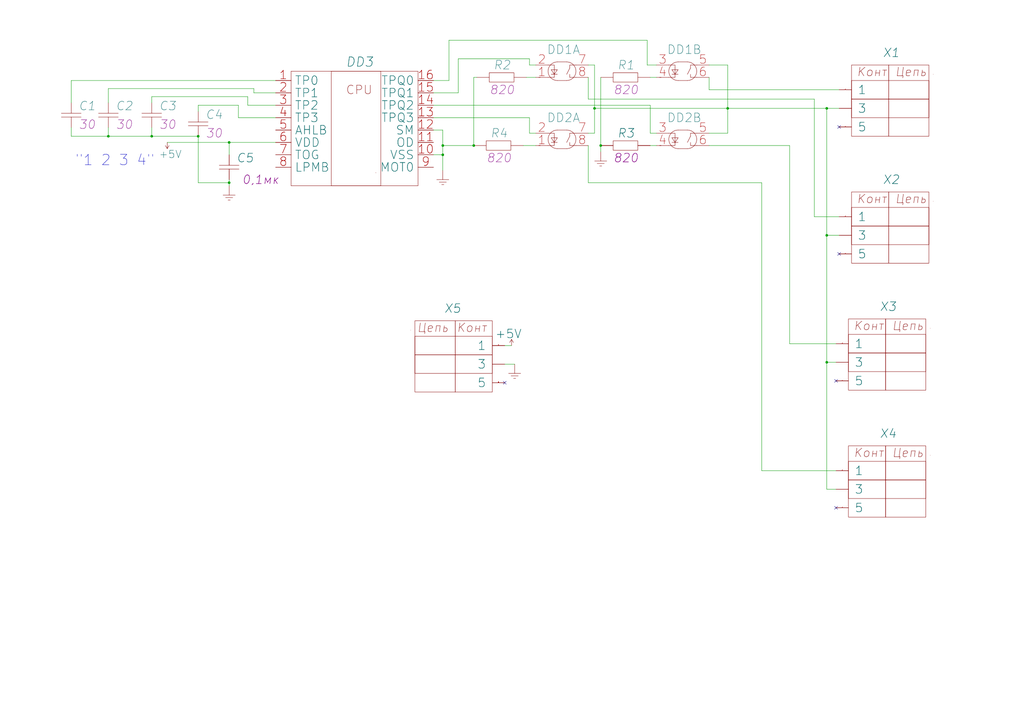
<source format=kicad_sch>
(kicad_sch (version 20200714) (host eeschema "(5.99.0-2385-g7067e42da)")

  (page 1 1)

  (paper "A3")

  (title_block
    (title "Узел сенсорный")
    (date "2020-04-28")
    (rev "rev")
    (company "Lotes-TM")
    (comment 1 "МАВЦ.467291.014")
    (comment 2 "Михайлов")
    (comment 3 "Кулешов")
    (comment 4 "Крысин")
  )

  (lib_symbols
    (symbol "467291.014-rescue:+5V-467291014" (power) (pin_names (offset 0))
      (property "Reference" "#PWR" (id 0) (at 0 -3.81 0)
        (effects (font (size 1.27 1.27)) hide)
      )
      (property "Value" "+5V-467291014" (id 1) (at -1.27 4.826 0)
        (effects (font (size 3.556 3.556)))
      )
      (property "Footprint" "" (id 2) (at 0 0 0)
        (effects (font (size 1.27 1.27)) hide)
      )
      (property "Datasheet" "" (id 3) (at 0 0 0)
        (effects (font (size 1.27 1.27)) hide)
      )
      (symbol "+5V-467291014_0_1"
        (polyline
          (pts (xy -0.762 1.27) (xy 0 2.54))
          (stroke (width 0)) (fill (type none))
        )
        (polyline
          (pts (xy 0 0) (xy 0 2.54))
          (stroke (width 0)) (fill (type none))
        )
        (polyline
          (pts (xy 0 2.54) (xy 0.762 1.27))
          (stroke (width 0)) (fill (type none))
        )
      )
      (symbol "+5V-467291014_1_1"
        (pin power_in line (at 0 0 90) (length 0) hide
          (name "+5V" (effects (font (size 1.27 1.27))))
          (number "1" (effects (font (size 1.27 1.27))))
        )
      )
    )
    (symbol "467291.014-rescue:Earth-[LTM][Power]-467291014" (power) (pin_numbers hide) (pin_names (offset 0) hide)
      (property "Reference" "#PWR" (id 0) (at 0 1.27 0)
        (effects (font (size 1.524 1.524)) hide)
      )
      (property "Value" "Earth-[LTM][Power]-467291014" (id 1) (at 0 -7.62 0)
        (effects (font (size 2.0066 2.0066)) hide)
      )
      (property "Footprint" "" (id 2) (at 0 0 0)
        (effects (font (size 1.524 1.524)))
      )
      (property "Datasheet" "" (id 3) (at 0 0 0)
        (effects (font (size 1.524 1.524)) hide)
      )
      (symbol "Earth-[LTM][Power]-467291014_0_1"
        (polyline
          (pts (xy -2.4892 -3.81) (xy 2.4892 -3.81))
          (stroke (width 0)) (fill (type none))
        )
        (polyline
          (pts (xy -1.4732 -4.826) (xy 1.4732 -4.826))
          (stroke (width 0)) (fill (type none))
        )
        (polyline
          (pts (xy -0.4572 -5.842) (xy 0.4572 -5.842))
          (stroke (width 0)) (fill (type none))
        )
        (polyline
          (pts (xy 0 0) (xy 0 -3.81))
          (stroke (width 0)) (fill (type none))
        )
      )
      (symbol "Earth-[LTM][Power]-467291014_1_1"
        (pin power_in line (at 0 0 270) (length 0) hide
          (name "Earth" (effects (font (size 1.27 1.27))))
          (number "1" (effects (font (size 1.27 1.27))))
        )
      )
    )
    (symbol "467291.014-rescue:K10-69v-MP0-50V-2012M-30pF-10%-[LTM][Capacitors][К10-69в][0805][2012M][5]-467291014" (pin_numbers hide) (pin_names (offset 0) hide)
      (property "Reference" "C" (id 0) (at 6.35 -1.27 0)
        (effects (font (size 3.556 3.556) italic))
      )
      (property "Value" "K10-69v-MP0-50V-2012M-30pF-10%-[LTM][Capacitors][К10-69в][0805][2012M][5]-467291014" (id 1) (at 0 72.39 0)
        (effects (font (size 2.54 2.54) italic) hide)
      )
      (property "Footprint" "467291014:[LTM][C][0805][2012M]" (id 2) (at 0 68.58 0)
        (effects (font (size 2.54 2.54) italic) hide)
      )
      (property "Datasheet" "" (id 3) (at 0 64.77 0)
        (effects (font (size 2.54 2.54) italic) hide)
      )
      (property "ValueName" "30" (id 4) (at 6.35 -8.89 0)
        (effects (font (size 3.556 3.556) italic))
      )
      (property "ValueGroup" "Конденсаторы" (id 5) (at 0 60.96 0)
        (effects (font (size 2.54 2.54) italic) hide)
      )
      (property "ValueGOST" "К10-69в-МП0-50 В-2012M-30 пФ ±10% АЖЯР.673511.002 ТУ" (id 6) (at 0 57.15 0)
        (effects (font (size 2.54 2.54) italic) hide)
      )
      (property "ValueTU" "АЖЯР.673511.002 ТУ" (id 7) (at 0 53.34 0)
        (effects (font (size 2.54 2.54) italic) hide)
      )
      (property "ValueManufacturer" "ф. ОАО «НИИ «Гириконд»" (id 8) (at 0 49.53 0)
        (effects (font (size 2.54 2.54) italic) hide)
      )
      (property "ValueTemp_1" "АЖЯР.673511.002 ТУ" (id 9) (at 0 45.72 0)
        (effects (font (size 2.54 2.54) italic) hide)
      )
      (property "ValueSupplier" "ф. ОАО «НИИ «Гириконд»" (id 10) (at 0 41.91 0)
        (effects (font (size 2.54 2.54) italic) hide)
      )
      (property "ValueAnalog" "SMD-0805-NP0-50В-30пФ±10%" (id 11) (at 0 38.1 0)
        (effects (font (size 2.54 2.54) italic) hide)
      )
      (property "ValueTemperature" "от минус 60 ⁰C до + 125 ⁰C" (id 12) (at 0 34.29 0)
        (effects (font (size 2.54 2.54) italic) hide)
      )
      (property "ValueNote" "-" (id 13) (at 0 30.48 0)
        (effects (font (size 2.54 2.54) italic) hide)
      )
      (property "ValueTemp_2" "-" (id 14) (at 0 27.94 0)
        (effects (font (size 2.54 2.54) italic) hide)
      )
      (property "ValueTemp_3" "-" (id 15) (at 0 25.4 0)
        (effects (font (size 2.54 2.54) italic) hide)
      )
      (property "ValueTemp_4" "-" (id 16) (at 0 22.86 0)
        (effects (font (size 2.54 2.54) italic) hide)
      )
      (property "ValueTemp_5" "-" (id 17) (at 0 20.32 0)
        (effects (font (size 2.54 2.54) italic) hide)
      )
      (property "ValueC" "30" (id 18) (at 0 12.7 0)
        (effects (font (size 2.54 2.54) italic) hide)
      )
      (property "ki_fp_filters" "[LTM][C]*\nC_*" (id 19) (at 0 0 0)
        (effects (font (size 1.27 1.27)) hide)
      )
      (symbol "K10-69v-MP0-50V-2012M-30pF-10%-[LTM][Capacitors][К10-69в][0805][2012M][5]-467291014_0_1"
        (polyline
          (pts (xy -4.064 -5.842) (xy 4.064 -5.842))
          (stroke (width 0)) (fill (type none))
        )
        (polyline
          (pts (xy -4.064 -4.318) (xy 4.064 -4.318))
          (stroke (width 0)) (fill (type none))
        )
      )
      (symbol "K10-69v-MP0-50V-2012M-30pF-10%-[LTM][Capacitors][К10-69в][0805][2012M][5]-467291014_1_1"
        (pin passive line (at 0 -10.16 90) (length 4.318)
          (name "~" (effects (font (size 2.54 2.54))))
          (number "1" (effects (font (size 2.54 2.54))))
        )
        (pin passive line (at 0 0 270) (length 4.318)
          (name "~" (effects (font (size 2.54 2.54))))
          (number "2" (effects (font (size 2.54 2.54))))
        )
      )
    )
    (symbol "467291.014-rescue:K10-69v-MP0-50V-2012M-30pF-10%-[LTM][Capacitors][К10-69в][0805][2012M][5]-758725036" (pin_numbers hide) (pin_names (offset 0) hide)
      (property "Reference" "C" (id 0) (at 6.35 3.81 0)
        (effects (font (size 3.556 3.556) italic))
      )
      (property "Value" "K10-69v-MP0-50V-2012M-30pF-10%-[LTM][Capacitors][К10-69в][0805][2012M][5]-758725036" (id 1) (at 0 72.39 0)
        (effects (font (size 2.54 2.54) italic) hide)
      )
      (property "Footprint" "467291014:[LTM][C][0805][2012M]" (id 2) (at 0 68.58 0)
        (effects (font (size 2.54 2.54) italic) hide)
      )
      (property "Datasheet" "" (id 3) (at 0 64.77 0)
        (effects (font (size 2.54 2.54) italic) hide)
      )
      (property "ValueName" "30" (id 4) (at 6.35 -3.81 0)
        (effects (font (size 3.556 3.556) italic))
      )
      (property "ValueGroup" "Конденсаторы" (id 5) (at 0 60.96 0)
        (effects (font (size 2.54 2.54) italic) hide)
      )
      (property "ValueGOST" "К10-69в-МП0-50 В-2012M-30 пФ ±10% АЖЯР.673511.002 ТУ" (id 6) (at 0 57.15 0)
        (effects (font (size 2.54 2.54) italic) hide)
      )
      (property "ValueTU" "АЖЯР.673511.002 ТУ" (id 7) (at 0 53.34 0)
        (effects (font (size 2.54 2.54) italic) hide)
      )
      (property "ValueManufacturer" "ф. ОАО «НИИ «Гириконд»" (id 8) (at 0 49.53 0)
        (effects (font (size 2.54 2.54) italic) hide)
      )
      (property "ValueTemp_1" "АЖЯР.673511.002 ТУ" (id 9) (at 0 45.72 0)
        (effects (font (size 2.54 2.54) italic) hide)
      )
      (property "ValueSupplier" "ф. ОАО «НИИ «Гириконд»" (id 10) (at 0 41.91 0)
        (effects (font (size 2.54 2.54) italic) hide)
      )
      (property "ValueAnalog" "SMD-0805-NP0-50В-30пФ±10%" (id 11) (at 0 38.1 0)
        (effects (font (size 2.54 2.54) italic) hide)
      )
      (property "ValueTemperature" "от минус 60 ⁰C до + 125 ⁰C" (id 12) (at 0 34.29 0)
        (effects (font (size 2.54 2.54) italic) hide)
      )
      (property "ValueNote" "-" (id 13) (at 0 30.48 0)
        (effects (font (size 2.54 2.54) italic) hide)
      )
      (property "ValueTemp_2" "-" (id 14) (at 0 27.94 0)
        (effects (font (size 2.54 2.54) italic) hide)
      )
      (property "ValueTemp_3" "-" (id 15) (at 0 25.4 0)
        (effects (font (size 2.54 2.54) italic) hide)
      )
      (property "ValueTemp_4" "-" (id 16) (at 0 22.86 0)
        (effects (font (size 2.54 2.54) italic) hide)
      )
      (property "ValueTemp_5" "-" (id 17) (at 0 20.32 0)
        (effects (font (size 2.54 2.54) italic) hide)
      )
      (property "ValueC" "30" (id 18) (at 0 17.78 0)
        (effects (font (size 2.54 2.54) italic) hide)
      )
      (property "ki_fp_filters" "[LTM][C]*\nC_*" (id 19) (at 0 0 0)
        (effects (font (size 1.27 1.27)) hide)
      )
      (symbol "K10-69v-MP0-50V-2012M-30pF-10%-[LTM][Capacitors][К10-69в][0805][2012M][5]-758725036_0_1"
        (polyline
          (pts (xy -4.064 -0.762) (xy 4.064 -0.762))
          (stroke (width 0)) (fill (type none))
        )
        (polyline
          (pts (xy -4.064 0.762) (xy 4.064 0.762))
          (stroke (width 0)) (fill (type none))
        )
      )
      (symbol "K10-69v-MP0-50V-2012M-30pF-10%-[LTM][Capacitors][К10-69в][0805][2012M][5]-758725036_1_1"
        (pin passive line (at 0 -5.08 90) (length 4.318)
          (name "~" (effects (font (size 2.54 2.54))))
          (number "1" (effects (font (size 2.54 2.54))))
        )
        (pin passive line (at 0 5.08 270) (length 4.318)
          (name "~" (effects (font (size 2.54 2.54))))
          (number "2" (effects (font (size 2.54 2.54))))
        )
      )
    )
    (symbol "467291.014-rescue:K10-69v-N90-25V-2012M-0,1uF+80-20%-[LTM][Capacitors][К10-69в][0805][2012M][5]-758725036" (pin_numbers hide) (pin_names (offset 0) hide)
      (property "Reference" "C" (id 0) (at 6.35 3.81 0)
        (effects (font (size 3.556 3.556) italic))
      )
      (property "Value" "K10-69v-N90-25V-2012M-0,1uF+80-20%-[LTM][Capacitors][К10-69в][0805][2012M][5]-758725036" (id 1) (at 0 72.39 0)
        (effects (font (size 2.54 2.54) italic) hide)
      )
      (property "Footprint" "467291014:[LTM][C][0805][2012M]" (id 2) (at 0 68.58 0)
        (effects (font (size 2.54 2.54) italic) hide)
      )
      (property "Datasheet" "" (id 3) (at 0 64.77 0)
        (effects (font (size 2.54 2.54) italic) hide)
      )
      (property "ValueName" "0,1мк" (id 4) (at 12.7 -5.08 0)
        (effects (font (size 3.556 3.556) italic))
      )
      (property "ValueGroup" "Конденсаторы" (id 5) (at 0 60.96 0)
        (effects (font (size 2.54 2.54) italic) hide)
      )
      (property "ValueGOST" "К10-69в-Н90-25В-2012M-0,1 мкФ +80/-20% АЖЯР.673511.002 ТУ" (id 6) (at 0 57.15 0)
        (effects (font (size 2.54 2.54) italic) hide)
      )
      (property "ValueTU" "АЖЯР.673511.002 ТУ" (id 7) (at 0 53.34 0)
        (effects (font (size 2.54 2.54) italic) hide)
      )
      (property "ValueManufacturer" "ф. ОАО «НИИ «Гириконд»" (id 8) (at 0 49.53 0)
        (effects (font (size 2.54 2.54) italic) hide)
      )
      (property "ValueTemp_1" "АЖЯР.673511.002 ТУ" (id 9) (at 0 45.72 0)
        (effects (font (size 2.54 2.54) italic) hide)
      )
      (property "ValueSupplier" "ф. ОАО «НИИ «Гириконд»" (id 10) (at 0 41.91 0)
        (effects (font (size 2.54 2.54) italic) hide)
      )
      (property "ValueAnalog" "SMD-0805-Y5V-25В-0,1мкФ+80/-20%" (id 11) (at 0 38.1 0)
        (effects (font (size 2.54 2.54) italic) hide)
      )
      (property "ValueTemperature" "от минус 60 ⁰C до + 125 ⁰C" (id 12) (at 0 34.29 0)
        (effects (font (size 2.54 2.54) italic) hide)
      )
      (property "ValueNote" "-" (id 13) (at 0 30.48 0)
        (effects (font (size 2.54 2.54) italic) hide)
      )
      (property "ValueTemp_2" "-" (id 14) (at 0 27.94 0)
        (effects (font (size 2.54 2.54) italic) hide)
      )
      (property "ValueTemp_3" "-" (id 15) (at 0 25.4 0)
        (effects (font (size 2.54 2.54) italic) hide)
      )
      (property "ValueTemp_4" "-" (id 16) (at 0 22.86 0)
        (effects (font (size 2.54 2.54) italic) hide)
      )
      (property "ValueTemp_5" "-" (id 17) (at 0 20.32 0)
        (effects (font (size 2.54 2.54) italic) hide)
      )
      (property "ValueC" "100000" (id 18) (at 0 17.78 0)
        (effects (font (size 2.54 2.54) italic) hide)
      )
      (property "ki_fp_filters" "[LTM][C]*\nC_*" (id 19) (at 0 0 0)
        (effects (font (size 1.27 1.27)) hide)
      )
      (symbol "K10-69v-N90-25V-2012M-0,1uF+80-20%-[LTM][Capacitors][К10-69в][0805][2012M][5]-758725036_0_1"
        (polyline
          (pts (xy -4.064 -0.762) (xy 4.064 -0.762))
          (stroke (width 0)) (fill (type none))
        )
        (polyline
          (pts (xy -4.064 0.762) (xy 4.064 0.762))
          (stroke (width 0)) (fill (type none))
        )
      )
      (symbol "K10-69v-N90-25V-2012M-0,1uF+80-20%-[LTM][Capacitors][К10-69в][0805][2012M][5]-758725036_1_1"
        (pin passive line (at 0 -5.08 90) (length 4.318)
          (name "~" (effects (font (size 2.54 2.54))))
          (number "1" (effects (font (size 2.54 2.54))))
        )
        (pin passive line (at 0 5.08 270) (length 4.318)
          (name "~" (effects (font (size 2.54 2.54))))
          (number "2" (effects (font (size 2.54 2.54))))
        )
      )
    )
    (symbol "467291.014-rescue:R1-12-0,125-820Ohm-5%-M-[LTM][Resistors][R112][0805][2012M][5]-467291014" (pin_numbers hide) (pin_names (offset 0) hide)
      (property "Reference" "R" (id 0) (at 0 5.08 0)
        (effects (font (size 3.556 3.556) italic))
      )
      (property "Value" "R1-12-0,125-820Ohm-5%-M-[LTM][Resistors][R112][0805][2012M][5]-467291014" (id 1) (at 1.27 82.55 0)
        (effects (font (size 2.54 2.54) italic) hide)
      )
      (property "Footprint" "467291014:[LTM][R][0805][2012M]" (id 2) (at 0 78.74 0)
        (effects (font (size 2.54 2.54) italic) hide)
      )
      (property "Datasheet" "" (id 3) (at 0 74.93 0)
        (effects (font (size 2.54 2.54) italic) hide)
      )
      (property "ValueName" "820" (id 4) (at 0 -5.08 0)
        (effects (font (size 3.556 3.556) italic))
      )
      (property "ValueGroup" "Резисторы" (id 5) (at 0 71.12 0)
        (effects (font (size 2.54 2.54) italic) hide)
      )
      (property "ValueGOST" "Р1-12-0,125-820 Ом ±5%-М-\"А\"" (id 6) (at 0 67.31 0)
        (effects (font (size 2.54 2.54) italic) hide)
      )
      (property "ValueTU" "АЛЯР.434110.005 ТУ" (id 7) (at 0 63.5 0)
        (effects (font (size 2.54 2.54) italic) hide)
      )
      (property "ValueManufacturer" "ОАО НПО «ЭРКОН»" (id 8) (at 0 59.69 0)
        (effects (font (size 2.54 2.54) italic) hide)
      )
      (property "ValueTemp_1" "АЛЯР.434110.005 ТУ" (id 9) (at 0 55.88 0)
        (effects (font (size 2.54 2.54) italic) hide)
      )
      (property "ValueSupplier" "ОАО НПО «ЭРКОН»" (id 10) (at 0 52.07 0)
        (effects (font (size 2.54 2.54) italic) hide)
      )
      (property "ValueAnalog" "SMD-0805-0,125Вт-820Ом±5%" (id 11) (at 0 48.26 0)
        (effects (font (size 2.54 2.54) italic) hide)
      )
      (property "ValueTemperature" "от минус 60 ⁰C до + 155 ⁰C" (id 12) (at 0 44.45 0)
        (effects (font (size 2.54 2.54) italic) hide)
      )
      (property "ValueNote" "-" (id 13) (at 0 40.64 0)
        (effects (font (size 2.54 2.54) italic) hide)
      )
      (property "ValueTemp_2" "-" (id 14) (at 0 38.1 0)
        (effects (font (size 2.54 2.54) italic) hide)
      )
      (property "ValueTemp_3" "-" (id 15) (at 0 35.56 0)
        (effects (font (size 2.54 2.54) italic) hide)
      )
      (property "ValueTemp_4" "-" (id 16) (at 0 33.02 0)
        (effects (font (size 2.54 2.54) italic) hide)
      )
      (property "ValueTemp_5" "-" (id 17) (at 0 30.48 0)
        (effects (font (size 2.54 2.54) italic) hide)
      )
      (property "ValueR" "820" (id 18) (at 0 27.94 0)
        (effects (font (size 2.54 2.54) italic) hide)
      )
      (property "ki_fp_filters" "[LTM][R]*\nR_*" (id 19) (at 0 0 0)
        (effects (font (size 1.27 1.27)) hide)
      )
      (symbol "R1-12-0,125-820Ohm-5%-M-[LTM][Resistors][R112][0805][2012M][5]-467291014_0_1"
        (rectangle (start -5.08 1.905) (end 5.08 -1.905)
          (stroke (width 0)) (fill (type none))
        )
      )
      (symbol "R1-12-0,125-820Ohm-5%-M-[LTM][Resistors][R112][0805][2012M][5]-467291014_1_1"
        (pin passive line (at -10.16 0 0) (length 5.08)
          (name "~" (effects (font (size 2.54 2.54))))
          (number "1" (effects (font (size 2.54 2.54))))
        )
        (pin passive line (at 10.16 0 180) (length 5.08)
          (name "~" (effects (font (size 2.54 2.54))))
          (number "2" (effects (font (size 2.54 2.54))))
        )
      )
    )
    (symbol "467291.014-rescue:R1-12-0,125-820Ohm-5%-M-[LTM][Resistors][R112][0805][2012M][5]-758725036" (pin_numbers hide) (pin_names (offset 0) hide)
      (property "Reference" "R" (id 0) (at 0 5.08 0)
        (effects (font (size 3.556 3.556) italic))
      )
      (property "Value" "R1-12-0,125-820Ohm-5%-M-[LTM][Resistors][R112][0805][2012M][5]-758725036" (id 1) (at 1.27 82.55 0)
        (effects (font (size 2.54 2.54) italic) hide)
      )
      (property "Footprint" "467291014:[LTM][R][0805][2012M]" (id 2) (at 0 78.74 0)
        (effects (font (size 2.54 2.54) italic) hide)
      )
      (property "Datasheet" "" (id 3) (at 0 74.93 0)
        (effects (font (size 2.54 2.54) italic) hide)
      )
      (property "ValueName" "820" (id 4) (at 0 -5.08 0)
        (effects (font (size 3.556 3.556) italic))
      )
      (property "ValueGroup" "Резисторы" (id 5) (at 0 71.12 0)
        (effects (font (size 2.54 2.54) italic) hide)
      )
      (property "ValueGOST" "Р1-12-0,125-820 Ом ±5%-М-\"А\"" (id 6) (at 0 67.31 0)
        (effects (font (size 2.54 2.54) italic) hide)
      )
      (property "ValueTU" "АЛЯР.434110.005 ТУ" (id 7) (at 0 63.5 0)
        (effects (font (size 2.54 2.54) italic) hide)
      )
      (property "ValueManufacturer" "ОАО НПО «ЭРКОН»" (id 8) (at 0 59.69 0)
        (effects (font (size 2.54 2.54) italic) hide)
      )
      (property "ValueTemp_1" "АЛЯР.434110.005 ТУ" (id 9) (at 0 55.88 0)
        (effects (font (size 2.54 2.54) italic) hide)
      )
      (property "ValueSupplier" "ОАО НПО «ЭРКОН»" (id 10) (at 0 52.07 0)
        (effects (font (size 2.54 2.54) italic) hide)
      )
      (property "ValueAnalog" "SMD-0805-0,125Вт-820Ом±5%" (id 11) (at 0 48.26 0)
        (effects (font (size 2.54 2.54) italic) hide)
      )
      (property "ValueTemperature" "от минус 60 ⁰C до + 155 ⁰C" (id 12) (at 0 44.45 0)
        (effects (font (size 2.54 2.54) italic) hide)
      )
      (property "ValueNote" "-" (id 13) (at 0 40.64 0)
        (effects (font (size 2.54 2.54) italic) hide)
      )
      (property "ValueTemp_2" "-" (id 14) (at 0 38.1 0)
        (effects (font (size 2.54 2.54) italic) hide)
      )
      (property "ValueTemp_3" "-" (id 15) (at 0 35.56 0)
        (effects (font (size 2.54 2.54) italic) hide)
      )
      (property "ValueTemp_4" "-" (id 16) (at 0 33.02 0)
        (effects (font (size 2.54 2.54) italic) hide)
      )
      (property "ValueTemp_5" "-" (id 17) (at 0 30.48 0)
        (effects (font (size 2.54 2.54) italic) hide)
      )
      (property "ValueR" "820" (id 18) (at 0 27.94 0)
        (effects (font (size 2.54 2.54) italic) hide)
      )
      (property "ki_fp_filters" "[LTM][R]*\nR_*" (id 19) (at 0 0 0)
        (effects (font (size 1.27 1.27)) hide)
      )
      (symbol "R1-12-0,125-820Ohm-5%-M-[LTM][Resistors][R112][0805][2012M][5]-758725036_0_1"
        (rectangle (start -5.08 1.905) (end 5.08 -1.905)
          (stroke (width 0)) (fill (type none))
        )
      )
      (symbol "R1-12-0,125-820Ohm-5%-M-[LTM][Resistors][R112][0805][2012M][5]-758725036_1_1"
        (pin passive line (at -10.16 0 0) (length 5.08)
          (name "~" (effects (font (size 2.54 2.54))))
          (number "1" (effects (font (size 2.54 2.54))))
        )
        (pin passive line (at 10.16 0 180) (length 5.08)
          (name "~" (effects (font (size 2.54 2.54))))
          (number "2" (effects (font (size 2.54 2.54))))
        )
      )
    )
    (symbol "467291.014-rescue:kR293KP3AT-Isolator-467291014"
      (property "Reference" "VD" (id 0) (at 10.795 6.858 0)
        (effects (font (size 3.556 3.556)))
      )
      (property "Value" "kR293KP3AT-Isolator-467291014" (id 1) (at 11.811 -8.382 0)
        (effects (font (size 2.54 2.54)) hide)
      )
      (property "Footprint" "467291014:DIP-8_W8.89mm_SMDSocket_LongPads" (id 2) (at 6.35 -15.24 0)
        (effects (font (size 1.27 1.27)) hide)
      )
      (property "Datasheet" "" (id 3) (at 6.35 -15.24 0)
        (effects (font (size 1.27 1.27)) hide)
      )
      (symbol "kR293KP3AT-Isolator-467291014_0_1"
        (arc (start 8.89 1.27) (end 8.89 -6.35) (radius (at 8.89 -2.54) (length 3.81) (angles 90.1 -90.1))
          (stroke (width 0)) (fill (type none))
        )
        (arc (start 12.7 -6.35) (end 12.7 1.27) (radius (at 12.7 -2.54) (length 3.81) (angles -89.9 89.9))
          (stroke (width 0)) (fill (type none))
        )
        (polyline
          (pts (xy 1.27 0) (xy 1.27 0))
          (stroke (width 0)) (fill (type none))
        )
        (polyline
          (pts (xy 1.27 0) (xy 1.27 0))
          (stroke (width 0)) (fill (type none))
        )
        (polyline
          (pts (xy 1.905 0) (xy 1.27 0))
          (stroke (width 0)) (fill (type none))
        )
        (polyline
          (pts (xy 2.54 1.27) (xy 2.54 1.27))
          (stroke (width 0)) (fill (type none))
        )
        (polyline
          (pts (xy 4.445 0) (xy 4.445 0))
          (stroke (width 0)) (fill (type none))
        )
        (polyline
          (pts (xy 4.445 0) (xy 4.445 0))
          (stroke (width 0)) (fill (type none))
        )
        (polyline
          (pts (xy 6.35 -3.175) (xy 6.35 -3.175))
          (stroke (width 0)) (fill (type none))
        )
        (polyline
          (pts (xy 6.35 -1.27) (xy 8.89 -1.27))
          (stroke (width 0)) (fill (type none))
        )
        (polyline
          (pts (xy 7.62 -1.27) (xy 6.35 -3.175))
          (stroke (width 0)) (fill (type none))
        )
        (polyline
          (pts (xy 7.62 -1.27) (xy 7.62 -3.81))
          (stroke (width 0)) (fill (type none))
        )
        (polyline
          (pts (xy 7.62 -1.27) (xy 7.62 -1.27))
          (stroke (width 0)) (fill (type none))
        )
        (polyline
          (pts (xy 8.89 -6.35) (xy 8.89 -6.35))
          (stroke (width 0)) (fill (type none))
        )
        (polyline
          (pts (xy 8.89 -6.35) (xy 12.7 -6.35))
          (stroke (width 0)) (fill (type none))
        )
        (polyline
          (pts (xy 8.89 -3.175) (xy 6.35 -3.175))
          (stroke (width 0)) (fill (type none))
        )
        (polyline
          (pts (xy 8.89 -3.175) (xy 7.62 -1.27))
          (stroke (width 0)) (fill (type none))
        )
        (polyline
          (pts (xy 12.7 -1.27) (xy 12.7 -1.27))
          (stroke (width 0)) (fill (type none))
        )
        (polyline
          (pts (xy 12.7 -1.27) (xy 12.7 -1.27))
          (stroke (width 0)) (fill (type none))
        )
        (polyline
          (pts (xy 12.7 -1.27) (xy 12.7 -1.27))
          (stroke (width 0)) (fill (type none))
        )
        (polyline
          (pts (xy 12.7 -1.27) (xy 12.7 -1.27))
          (stroke (width 0)) (fill (type none))
        )
        (polyline
          (pts (xy 12.7 -1.27) (xy 12.7 -1.27))
          (stroke (width 0)) (fill (type none))
        )
        (polyline
          (pts (xy 12.7 -1.27) (xy 12.7 -1.27))
          (stroke (width 0)) (fill (type none))
        )
        (polyline
          (pts (xy 12.7 1.27) (xy 8.89 1.27))
          (stroke (width 0)) (fill (type none))
        )
        (polyline
          (pts (xy 13.97 -3.81) (xy 12.7 -1.27))
          (stroke (width 0)) (fill (type none))
        )
        (polyline
          (pts (xy 5.08 -5.08) (xy 7.62 -5.08) (xy 7.62 -3.81))
          (stroke (width 0)) (fill (type none))
        )
        (polyline
          (pts (xy 5.08 0) (xy 7.62 0) (xy 7.62 -1.27))
          (stroke (width 0)) (fill (type none))
        )
        (polyline
          (pts (xy 16.51 -5.08) (xy 13.97 -5.08) (xy 13.97 -3.81))
          (stroke (width 0)) (fill (type none))
        )
        (polyline
          (pts (xy 16.51 0) (xy 13.97 0) (xy 13.97 -1.27))
          (stroke (width 0)) (fill (type none))
        )
      )
      (symbol "kR293KP3AT-Isolator-467291014_1_1"
        (pin input line (at 0 0 0) (length 5.08)
          (name "~" (effects (font (size 3.556 3.556))))
          (number "1" (effects (font (size 3.556 3.556))))
        )
        (pin input line (at 0 -5.08 0) (length 5.08)
          (name "~" (effects (font (size 3.556 3.556))))
          (number "2" (effects (font (size 3.556 3.556))))
        )
        (pin input line (at 21.59 -5.08 180) (length 5.08)
          (name "~" (effects (font (size 3.556 3.556))))
          (number "7" (effects (font (size 3.556 3.556))))
        )
        (pin input line (at 21.59 0 180) (length 5.08)
          (name "~" (effects (font (size 3.556 3.556))))
          (number "8" (effects (font (size 3.556 3.556))))
        )
      )
      (symbol "kR293KP3AT-Isolator-467291014_2_1"
        (pin input line (at 0 -5.08 0) (length 5.08)
          (name "~" (effects (font (size 3.556 3.556))))
          (number "3" (effects (font (size 3.556 3.556))))
        )
        (pin input line (at 0 0 0) (length 5.08)
          (name "~" (effects (font (size 3.556 3.556))))
          (number "4" (effects (font (size 3.556 3.556))))
        )
        (pin input line (at 21.59 -5.08 180) (length 5.08)
          (name "~" (effects (font (size 3.556 3.556))))
          (number "5" (effects (font (size 3.556 3.556))))
        )
        (pin input line (at 21.59 0 180) (length 5.08)
          (name "~" (effects (font (size 3.556 3.556))))
          (number "6" (effects (font (size 3.556 3.556))))
        )
      )
    )
    (symbol "467291.014-rescue:kikadtest1-cache_TP224_Sensor-kikadtest1-cache-467291014" (pin_names (offset 1.524))
      (property "Reference" "DD" (id 0) (at 34.29 7.62 0)
        (effects (font (size 3.81 3.81) italic))
      )
      (property "Value" "kikadtest1-cache_TP224_Sensor-kikadtest1-cache-467291014" (id 1) (at 22.86 -45.72 0)
        (effects (font (size 2.54 2.54) italic) hide)
      )
      (property "Footprint" "467291014:HTSSOP-16-1EP_4x5mm" (id 2) (at 25.4 7.62 0)
        (effects (font (size 1.27 1.27)) hide)
      )
      (property "Datasheet" "" (id 3) (at 25.4 7.62 0)
        (effects (font (size 1.27 1.27)) hide)
      )
      (symbol "kikadtest1-cache_TP224_Sensor-kikadtest1-cache-467291014_0_0"
        (text "CPU" (at 34.29 -3.81 0)
          (effects (font (size 3.556 3.556)))
        )
        (rectangle (start 2.54 2.54) (end 2.54 2.54)
          (stroke (width 0)) (fill (type none))
        )
        (rectangle (start 6.35 -43.18) (end 58.42 3.81)
          (stroke (width 0)) (fill (type none))
        )
        (rectangle (start 22.86 -43.18) (end 43.18 3.81)
          (stroke (width 0)) (fill (type none))
        )
        (rectangle (start 41.148 -37.846) (end 41.148 -37.846)
          (stroke (width 0)) (fill (type none))
        )
        (rectangle (start 41.148 -37.846) (end 41.148 -37.846)
          (stroke (width 0)) (fill (type none))
        )
      )
      (symbol "kikadtest1-cache_TP224_Sensor-kikadtest1-cache-467291014_0_1"
        (pin input line (at 64.77 -30.48 180) (length 6.35)
          (name "VSS" (effects (font (size 3.556 3.556))))
          (number "10" (effects (font (size 3.556 3.556))))
        )
        (pin input line (at 64.77 -25.4 180) (length 6.35)
          (name "OD" (effects (font (size 3.556 3.556))))
          (number "11" (effects (font (size 3.556 3.556))))
        )
        (pin input line (at 64.77 -20.32 180) (length 6.35)
          (name "SM" (effects (font (size 3.556 3.556))))
          (number "12" (effects (font (size 3.556 3.556))))
        )
        (pin input line (at 64.77 -15.24 180) (length 6.35)
          (name "TPQ3" (effects (font (size 3.556 3.556))))
          (number "13" (effects (font (size 3.556 3.556))))
        )
        (pin input line (at 64.77 -10.16 180) (length 6.35)
          (name "TPQ2" (effects (font (size 3.556 3.556))))
          (number "14" (effects (font (size 3.556 3.556))))
        )
        (pin input line (at 64.77 -5.08 180) (length 6.35)
          (name "TPQ1" (effects (font (size 3.556 3.556))))
          (number "15" (effects (font (size 3.556 3.556))))
        )
        (pin input line (at 64.77 0 180) (length 6.35)
          (name "TPQ0" (effects (font (size 3.556 3.556))))
          (number "16" (effects (font (size 3.556 3.556))))
        )
        (pin input line (at 0 -5.08 0) (length 6.35)
          (name "TP1" (effects (font (size 3.556 3.556))))
          (number "2" (effects (font (size 3.556 3.556))))
        )
        (pin input line (at 0 -10.16 0) (length 6.35)
          (name "TP2" (effects (font (size 3.556 3.556))))
          (number "3" (effects (font (size 3.556 3.556))))
        )
        (pin input line (at 0 -15.24 0) (length 6.35)
          (name "TP3" (effects (font (size 3.556 3.556))))
          (number "4" (effects (font (size 3.556 3.556))))
        )
        (pin input line (at 0 -20.32 0) (length 6.35)
          (name "AHLB" (effects (font (size 3.556 3.556))))
          (number "5" (effects (font (size 3.556 3.556))))
        )
        (pin input line (at 0 -25.4 0) (length 6.35)
          (name "VDD" (effects (font (size 3.556 3.556))))
          (number "6" (effects (font (size 3.556 3.556))))
        )
        (pin input line (at 0 -30.48 0) (length 6.35)
          (name "TOG" (effects (font (size 3.556 3.556))))
          (number "7" (effects (font (size 3.556 3.556))))
        )
        (pin input line (at 0 -35.56 0) (length 6.35)
          (name "LPMB" (effects (font (size 3.556 3.556))))
          (number "8" (effects (font (size 3.556 3.556))))
        )
        (pin input line (at 64.77 -35.56 180) (length 6.35)
          (name "MOT0" (effects (font (size 3.556 3.556))))
          (number "9" (effects (font (size 3.556 3.556))))
        )
      )
      (symbol "kikadtest1-cache_TP224_Sensor-kikadtest1-cache-467291014_1_1"
        (pin input line (at 0 0 0) (length 6.35)
          (name "TP0" (effects (font (size 3.556 3.556))))
          (number "1" (effects (font (size 3.556 3.556))))
        )
      )
      (symbol "kikadtest1-cache_TP224_Sensor-kikadtest1-cache-467291014_0_2"
        (pin input line (at 0 -5.08 0) (length 2.54)
          (name "TP1" (effects (font (size 2.54 2.54))))
          (number "2" (effects (font (size 2.54 2.54))))
        )
        (pin input line (at 0 -10.16 0) (length 2.54)
          (name "TP2" (effects (font (size 2.54 2.54))))
          (number "3" (effects (font (size 2.54 2.54))))
        )
        (pin input line (at 0 -15.24 0) (length 2.54)
          (name "TP3" (effects (font (size 2.54 2.54))))
          (number "4" (effects (font (size 2.54 2.54))))
        )
      )
      (symbol "kikadtest1-cache_TP224_Sensor-kikadtest1-cache-467291014_1_2"
        (pin input line (at 0 0 0) (length 2.54)
          (name "TP0" (effects (font (size 2.54 2.54))))
          (number "1" (effects (font (size 2.54 2.54))))
        )
      )
    )
    (symbol "467291.014-rescue:snp346-5RP21-1_3cont-[LTM][Connectors][СНП346][5]-467291014" (pin_names (offset 2.54))
      (property "Reference" "X" (id 0) (at -21.59 15.24 0)
        (effects (font (size 3.556 3.556) italic))
      )
      (property "Value" "snp346-5RP21-1_3cont-[LTM][Connectors][СНП346][5]-467291014" (id 1) (at -101.6 0 0)
        (effects (font (size 2.0066 2.0066) italic) hide)
      )
      (property "Footprint" "467291014:button_sensor_18mm" (id 2) (at -101.6 -2.54 0)
        (effects (font (size 2.0066 2.0066) italic) hide)
      )
      (property "Datasheet" "" (id 3) (at -101.6 -5.08 0)
        (effects (font (size 2.0066 2.0066) italic) hide)
      )
      (property "ValueName" "розетка СНП346-5PП21-1" (id 4) (at -21.336 -23.622 0)
        (effects (font (size 2.0066 2.0066) italic) hide)
      )
      (property "ValueGroup" "Соединители" (id 5) (at -101.6 -7.62 0)
        (effects (font (size 2.0066 2.0066) italic) hide)
      )
      (property "ValueGOST" "розетка СНП346-5PП21-1" (id 6) (at -101.6 -10.16 0)
        (effects (font (size 2.0066 2.0066) italic) hide)
      )
      (property "ValueTU" "РЮМК.430420.011ТУ" (id 7) (at -101.6 -12.7 0)
        (effects (font (size 2.0066 2.0066) italic) hide)
      )
      (property "ValueManufacturer" "ф. АО «Электродеталь»" (id 8) (at -101.6 -15.24 0)
        (effects (font (size 2.0066 2.0066) italic) hide)
      )
      (property "ValueTemp_1" "РЮМК.430420.011ТУ" (id 9) (at -101.6 -17.78 0)
        (effects (font (size 2.0066 2.0066) italic) hide)
      )
      (property "ValueSupplier" "ф. АО «Электродеталь»" (id 10) (at -101.6 -20.32 0)
        (effects (font (size 2.0066 2.0066) italic) hide)
      )
      (property "ValueAnalog" "PLD-10 DS-1021" (id 11) (at -101.6 -22.86 0)
        (effects (font (size 2.0066 2.0066) italic) hide)
      )
      (property "ValueTemperature" "от минус 60 ⁰C до + 85 ⁰C" (id 12) (at -101.6 -25.4 0)
        (effects (font (size 2.0066 2.0066) italic) hide)
      )
      (property "ValueNote" "-" (id 13) (at -101.6 -27.94 0)
        (effects (font (size 2.0066 2.0066) italic) hide)
      )
      (property "ValueTemp_2" "-" (id 14) (at -101.6 -30.48 0)
        (effects (font (size 2.0066 2.0066) italic) hide)
      )
      (property "ValueTemp_3" "-" (id 15) (at -101.6 -33.02 0)
        (effects (font (size 2.0066 2.0066) italic) hide)
      )
      (property "ValueTemp_4" "-" (id 16) (at -101.6 -35.56 0)
        (effects (font (size 2.0066 2.0066) italic) hide)
      )
      (property "ValueTemp_5" "-" (id 17) (at -101.6 -38.1 0)
        (effects (font (size 2.0066 2.0066) italic) hide)
      )
      (property "PIN1" "  " (id 18) (at -8.89 5.334 0)
        (effects (font (size 2.0066 2.0066) italic))
      )
      (property "PIN2" "   " (id 19) (at -41.91 0 0)
        (effects (font (size 2.0066 2.0066) italic))
      )
      (property "PIN3" " " (id 20) (at -41.91 -5.08 0)
        (effects (font (size 2.0066 2.0066) italic))
      )
      (property "PIN4" "  " (id 21) (at -44.45 71.12 0)
        (effects (font (size 2.0066 2.0066) italic))
      )
      (property "PIN5" " " (id 22) (at -44.45 66.04 0)
        (effects (font (size 2.0066 2.0066) italic))
      )
      (property "ki_fp_filters" "[LTM][FP][Connectors][SNP346]:[LTM][X]*" (id 23) (at 0 0 0)
        (effects (font (size 1.27 1.27)) hide)
      )
      (symbol "snp346-5RP21-1_3cont-[LTM][Connectors][СНП346][5]-467291014_1_1"
        (text " " (at 9.906 -12.7 0)
          (effects (font (size 2.0066 2.0066) italic))
        )
        (text " " (at 9.906 -7.62 0)
          (effects (font (size 2.0066 2.0066) italic))
        )
        (text " " (at 9.906 -2.54 0)
          (effects (font (size 2.0066 2.0066) italic))
        )
        (text " " (at 9.906 2.54 0)
          (effects (font (size 2.0066 2.0066) italic))
        )
        (text " " (at 9.906 17.78 0)
          (effects (font (size 2.0066 2.0066) italic))
        )
        (text " " (at 12.446 -34.29 0)
          (effects (font (size 2.0066 2.0066) italic))
        )
        (text " " (at 12.446 -29.21 0)
          (effects (font (size 2.0066 2.0066) italic))
        )
        (text " " (at 12.446 -24.13 0)
          (effects (font (size 2.0066 2.0066) italic))
        )
        (text "Конт" (at -13.462 7.366 0)
          (effects (font (size 3.556 3.556) italic))
        )
        (text "Цепь" (at -29.464 7.366 0)
          (effects (font (size 3.556 3.556) italic))
        )
        (rectangle (start -38.608 6.35) (end -38.608 6.35)
          (stroke (width 0)) (fill (type none))
        )
        (rectangle (start -36.83 -3.81) (end -5.08 -11.43)
          (stroke (width 0)) (fill (type none))
        )
        (rectangle (start -36.83 3.81) (end -5.08 -3.81)
          (stroke (width 0)) (fill (type none))
        )
        (rectangle (start -36.83 10.16) (end -20.32 -19.05)
          (stroke (width 0)) (fill (type none))
        )
        (rectangle (start -20.32 10.16) (end -5.08 -19.05)
          (stroke (width 0)) (fill (type none))
        )
      )
      (symbol "snp346-5RP21-1_3cont-[LTM][Connectors][СНП346][5]-467291014_0_0"
        (pin passive line (at 0 0 180) (length 5.08)
          (name "1" (effects (font (size 3.556 3.556))))
          (number "1" (effects (font (size 0.0254 0.0254))))
        )
        (pin passive line (at 0 -7.62 180) (length 5.08)
          (name "3" (effects (font (size 3.556 3.556))))
          (number "3" (effects (font (size 0 0))))
        )
        (pin passive line (at 0 -15.24 180) (length 5.08)
          (name "5" (effects (font (size 3.556 3.556))))
          (number "5" (effects (font (size 0.0254 0.0254))))
        )
      )
    )
    (symbol "kikadtest1-rescue:Earth-[LTM][Power]" (power) (pin_numbers hide) (pin_names (offset 0) hide)
      (property "Reference" "#PWR" (id 0) (at 0 1.27 0)
        (effects (font (size 1.524 1.524)) hide)
      )
      (property "Value" "Earth-[LTM][Power]" (id 1) (at 0 -7.62 0)
        (effects (font (size 2.0066 2.0066)) hide)
      )
      (property "Footprint" "" (id 2) (at 0 0 0)
        (effects (font (size 1.524 1.524)))
      )
      (property "Datasheet" "" (id 3) (at 0 0 0)
        (effects (font (size 1.524 1.524)) hide)
      )
      (symbol "Earth-[LTM][Power]_0_1"
        (polyline
          (pts (xy -2.4892 -3.81) (xy 2.4892 -3.81))
          (stroke (width 0)) (fill (type none))
        )
        (polyline
          (pts (xy -1.4732 -4.826) (xy 1.4732 -4.826))
          (stroke (width 0)) (fill (type none))
        )
        (polyline
          (pts (xy -0.4572 -5.842) (xy 0.4572 -5.842))
          (stroke (width 0)) (fill (type none))
        )
        (polyline
          (pts (xy 0 0) (xy 0 -3.81))
          (stroke (width 0)) (fill (type none))
        )
      )
      (symbol "Earth-[LTM][Power]_1_1"
        (pin power_in line (at 0 0 270) (length 0) hide
          (name "Earth" (effects (font (size 1.27 1.27))))
          (number "1" (effects (font (size 1.27 1.27))))
        )
      )
    )
  )

  (junction (at 44.45 55.88) (diameter 0) (color 0 0 0 0))
  (junction (at 62.23 55.88) (diameter 0) (color 0 0 0 0))
  (junction (at 81.28 55.88) (diameter 0) (color 0 0 0 0))
  (junction (at 93.98 58.42) (diameter 0) (color 0 0 0 0))
  (junction (at 93.98 74.93) (diameter 0) (color 0 0 0 0))
  (junction (at 181.61 59.69) (diameter 0) (color 0 0 0 0))
  (junction (at 181.61 63.5) (diameter 0) (color 0 0 0 0))
  (junction (at 194.31 59.69) (diameter 0) (color 0 0 0 0))
  (junction (at 243.84 44.45) (diameter 0) (color 0 0 0 0))
  (junction (at 246.38 59.69) (diameter 0) (color 0 0 0 0))
  (junction (at 298.45 44.45) (diameter 0) (color 0 0 0 0))
  (junction (at 339.09 44.45) (diameter 0) (color 0 0 0 0))
  (junction (at 339.09 96.52) (diameter 0) (color 0 0 0 0))
  (junction (at 339.09 148.59) (diameter 0) (color 0 0 0 0))

  (no_connect (at 344.17 104.14))
  (no_connect (at 342.9 208.28))
  (no_connect (at 344.17 52.07))
  (no_connect (at 207.01 156.972))
  (no_connect (at 342.9 156.21))

  (wire (pts (xy 29.21 33.02) (xy 29.21 42.164))
    (stroke (width 0) (type solid) (color 0 0 0 0))
  )
  (wire (pts (xy 29.21 33.02) (xy 113.03 33.02))
    (stroke (width 0) (type solid) (color 0 0 0 0))
  )
  (wire (pts (xy 29.21 55.88) (xy 29.21 52.324))
    (stroke (width 0) (type solid) (color 0 0 0 0))
  )
  (wire (pts (xy 44.45 36.322) (xy 104.14 36.322))
    (stroke (width 0) (type solid) (color 0 0 0 0))
  )
  (wire (pts (xy 44.45 42.164) (xy 44.45 36.322))
    (stroke (width 0) (type solid) (color 0 0 0 0))
  )
  (wire (pts (xy 44.45 55.88) (xy 29.21 55.88))
    (stroke (width 0) (type solid) (color 0 0 0 0))
  )
  (wire (pts (xy 44.45 55.88) (xy 44.45 52.324))
    (stroke (width 0) (type solid) (color 0 0 0 0))
  )
  (wire (pts (xy 62.23 39.624) (xy 101.6 39.624))
    (stroke (width 0) (type solid) (color 0 0 0 0))
  )
  (wire (pts (xy 62.23 42.164) (xy 62.23 39.624))
    (stroke (width 0) (type solid) (color 0 0 0 0))
  )
  (wire (pts (xy 62.23 55.88) (xy 44.45 55.88))
    (stroke (width 0) (type solid) (color 0 0 0 0))
  )
  (wire (pts (xy 62.23 55.88) (xy 62.23 52.324))
    (stroke (width 0) (type solid) (color 0 0 0 0))
  )
  (wire (pts (xy 68.58 58.42) (xy 93.98 58.42))
    (stroke (width 0) (type solid) (color 0 0 0 0))
  )
  (wire (pts (xy 81.28 43.18) (xy 97.79 43.18))
    (stroke (width 0) (type solid) (color 0 0 0 0))
  )
  (wire (pts (xy 81.28 45.72) (xy 81.28 43.18))
    (stroke (width 0) (type solid) (color 0 0 0 0))
  )
  (wire (pts (xy 81.28 55.88) (xy 62.23 55.88))
    (stroke (width 0) (type solid) (color 0 0 0 0))
  )
  (wire (pts (xy 81.28 55.88) (xy 81.28 74.93))
    (stroke (width 0) (type solid) (color 0 0 0 0))
  )
  (wire (pts (xy 81.28 74.93) (xy 93.98 74.93))
    (stroke (width 0) (type solid) (color 0 0 0 0))
  )
  (wire (pts (xy 93.98 58.42) (xy 93.98 63.5))
    (stroke (width 0) (type solid) (color 0 0 0 0))
  )
  (wire (pts (xy 93.98 58.42) (xy 113.03 58.42))
    (stroke (width 0) (type solid) (color 0 0 0 0))
  )
  (wire (pts (xy 93.98 74.93) (xy 93.98 73.66))
    (stroke (width 0) (type solid) (color 0 0 0 0))
  )
  (wire (pts (xy 93.98 76.2) (xy 93.98 74.93))
    (stroke (width 0) (type solid) (color 0 0 0 0))
  )
  (wire (pts (xy 97.79 43.18) (xy 97.79 48.26))
    (stroke (width 0) (type solid) (color 0 0 0 0))
  )
  (wire (pts (xy 97.79 48.26) (xy 113.03 48.26))
    (stroke (width 0) (type solid) (color 0 0 0 0))
  )
  (wire (pts (xy 101.6 39.624) (xy 101.6 43.18))
    (stroke (width 0) (type solid) (color 0 0 0 0))
  )
  (wire (pts (xy 101.6 43.18) (xy 113.03 43.18))
    (stroke (width 0) (type solid) (color 0 0 0 0))
  )
  (wire (pts (xy 104.14 36.322) (xy 104.14 38.1))
    (stroke (width 0) (type solid) (color 0 0 0 0))
  )
  (wire (pts (xy 104.14 38.1) (xy 113.03 38.1))
    (stroke (width 0) (type solid) (color 0 0 0 0))
  )
  (wire (pts (xy 177.8 33.02) (xy 184.15 33.02))
    (stroke (width 0) (type solid) (color 0 0 0 0))
  )
  (wire (pts (xy 177.8 38.1) (xy 187.96 38.1))
    (stroke (width 0) (type solid) (color 0 0 0 0))
  )
  (wire (pts (xy 177.8 43.18) (xy 266.7 43.18))
    (stroke (width 0) (type solid) (color 0 0 0 0))
  )
  (wire (pts (xy 177.8 48.26) (xy 217.17 48.26))
    (stroke (width 0) (type solid) (color 0 0 0 0))
  )
  (wire (pts (xy 177.8 63.5) (xy 181.61 63.5))
    (stroke (width 0) (type solid) (color 0 0 0 0))
  )
  (wire (pts (xy 181.61 53.34) (xy 177.8 53.34))
    (stroke (width 0) (type solid) (color 0 0 0 0))
  )
  (wire (pts (xy 181.61 59.69) (xy 181.61 53.34))
    (stroke (width 0) (type solid) (color 0 0 0 0))
  )
  (wire (pts (xy 181.61 63.5) (xy 181.61 59.69))
    (stroke (width 0) (type solid) (color 0 0 0 0))
  )
  (wire (pts (xy 181.61 63.5) (xy 181.61 69.85))
    (stroke (width 0) (type solid) (color 0 0 0 0))
  )
  (wire (pts (xy 184.15 16.51) (xy 265.43 16.51))
    (stroke (width 0) (type solid) (color 0 0 0 0))
  )
  (wire (pts (xy 184.15 33.02) (xy 184.15 16.51))
    (stroke (width 0) (type solid) (color 0 0 0 0))
  )
  (wire (pts (xy 187.96 24.13) (xy 217.17 24.13))
    (stroke (width 0) (type solid) (color 0 0 0 0))
  )
  (wire (pts (xy 187.96 38.1) (xy 187.96 24.13))
    (stroke (width 0) (type solid) (color 0 0 0 0))
  )
  (wire (pts (xy 194.31 31.75) (xy 194.31 59.69))
    (stroke (width 0) (type solid) (color 0 0 0 0))
  )
  (wire (pts (xy 194.31 59.69) (xy 181.61 59.69))
    (stroke (width 0) (type solid) (color 0 0 0 0))
  )
  (wire (pts (xy 195.58 31.75) (xy 194.31 31.75))
    (stroke (width 0) (type solid) (color 0 0 0 0))
  )
  (wire (pts (xy 207.01 141.732) (xy 209.804 141.732))
    (stroke (width 0) (type solid) (color 0 0 0 0))
  )
  (wire (pts (xy 207.01 149.352) (xy 211.074 149.352))
    (stroke (width 0) (type solid) (color 0 0 0 0))
  )
  (wire (pts (xy 215.9 31.75) (xy 219.71 31.75))
    (stroke (width 0) (type solid) (color 0 0 0 0))
  )
  (wire (pts (xy 217.17 24.13) (xy 217.17 26.67))
    (stroke (width 0) (type solid) (color 0 0 0 0))
  )
  (wire (pts (xy 217.17 26.67) (xy 219.71 26.67))
    (stroke (width 0) (type solid) (color 0 0 0 0))
  )
  (wire (pts (xy 217.17 48.26) (xy 217.17 54.61))
    (stroke (width 0) (type solid) (color 0 0 0 0))
  )
  (wire (pts (xy 217.17 54.61) (xy 219.71 54.61))
    (stroke (width 0) (type solid) (color 0 0 0 0))
  )
  (wire (pts (xy 219.71 59.69) (xy 214.63 59.69))
    (stroke (width 0) (type solid) (color 0 0 0 0))
  )
  (wire (pts (xy 241.3 26.67) (xy 243.84 26.67))
    (stroke (width 0) (type solid) (color 0 0 0 0))
  )
  (wire (pts (xy 241.3 31.75) (xy 241.3 40.64))
    (stroke (width 0) (type solid) (color 0 0 0 0))
  )
  (wire (pts (xy 241.3 40.64) (xy 334.01 40.64))
    (stroke (width 0) (type solid) (color 0 0 0 0))
  )
  (wire (pts (xy 241.3 54.61) (xy 243.84 54.61))
    (stroke (width 0) (type solid) (color 0 0 0 0))
  )
  (wire (pts (xy 241.3 59.69) (xy 241.3 74.93))
    (stroke (width 0) (type solid) (color 0 0 0 0))
  )
  (wire (pts (xy 241.3 74.93) (xy 312.42 74.93))
    (stroke (width 0) (type solid) (color 0 0 0 0))
  )
  (wire (pts (xy 243.84 26.67) (xy 243.84 44.45))
    (stroke (width 0) (type solid) (color 0 0 0 0))
  )
  (wire (pts (xy 243.84 44.45) (xy 298.45 44.45))
    (stroke (width 0) (type solid) (color 0 0 0 0))
  )
  (wire (pts (xy 243.84 54.61) (xy 243.84 44.45))
    (stroke (width 0) (type solid) (color 0 0 0 0))
  )
  (wire (pts (xy 246.38 59.69) (xy 246.38 31.75))
    (stroke (width 0) (type solid) (color 0 0 0 0))
  )
  (wire (pts (xy 246.38 62.23) (xy 246.38 59.69))
    (stroke (width 0) (type solid) (color 0 0 0 0))
  )
  (wire (pts (xy 265.43 16.51) (xy 265.43 26.67))
    (stroke (width 0) (type solid) (color 0 0 0 0))
  )
  (wire (pts (xy 265.43 26.67) (xy 269.24 26.67))
    (stroke (width 0) (type solid) (color 0 0 0 0))
  )
  (wire (pts (xy 266.7 31.75) (xy 269.24 31.75))
    (stroke (width 0) (type solid) (color 0 0 0 0))
  )
  (wire (pts (xy 266.7 43.18) (xy 266.7 54.61))
    (stroke (width 0) (type solid) (color 0 0 0 0))
  )
  (wire (pts (xy 266.7 54.61) (xy 269.24 54.61))
    (stroke (width 0) (type solid) (color 0 0 0 0))
  )
  (wire (pts (xy 269.24 59.69) (xy 266.7 59.69))
    (stroke (width 0) (type solid) (color 0 0 0 0))
  )
  (wire (pts (xy 290.83 26.67) (xy 298.45 26.67))
    (stroke (width 0) (type solid) (color 0 0 0 0))
  )
  (wire (pts (xy 290.83 36.83) (xy 290.83 31.75))
    (stroke (width 0) (type solid) (color 0 0 0 0))
  )
  (wire (pts (xy 290.83 36.83) (xy 344.17 36.83))
    (stroke (width 0) (type solid) (color 0 0 0 0))
  )
  (wire (pts (xy 290.83 54.61) (xy 298.45 54.61))
    (stroke (width 0) (type solid) (color 0 0 0 0))
  )
  (wire (pts (xy 290.83 59.69) (xy 323.85 59.69))
    (stroke (width 0) (type solid) (color 0 0 0 0))
  )
  (wire (pts (xy 298.45 26.67) (xy 298.45 44.45))
    (stroke (width 0) (type solid) (color 0 0 0 0))
  )
  (wire (pts (xy 298.45 44.45) (xy 339.09 44.45))
    (stroke (width 0) (type solid) (color 0 0 0 0))
  )
  (wire (pts (xy 298.45 54.61) (xy 298.45 44.45))
    (stroke (width 0) (type solid) (color 0 0 0 0))
  )
  (wire (pts (xy 312.42 74.93) (xy 312.42 193.04))
    (stroke (width 0) (type solid) (color 0 0 0 0))
  )
  (wire (pts (xy 312.42 193.04) (xy 342.9 193.04))
    (stroke (width 0) (type solid) (color 0 0 0 0))
  )
  (wire (pts (xy 323.85 59.69) (xy 323.85 140.97))
    (stroke (width 0) (type solid) (color 0 0 0 0))
  )
  (wire (pts (xy 323.85 140.97) (xy 342.9 140.97))
    (stroke (width 0) (type solid) (color 0 0 0 0))
  )
  (wire (pts (xy 334.01 40.64) (xy 334.01 88.9))
    (stroke (width 0) (type solid) (color 0 0 0 0))
  )
  (wire (pts (xy 334.01 88.9) (xy 344.17 88.9))
    (stroke (width 0) (type solid) (color 0 0 0 0))
  )
  (wire (pts (xy 339.09 44.45) (xy 339.09 96.52))
    (stroke (width 0) (type solid) (color 0 0 0 0))
  )
  (wire (pts (xy 339.09 44.45) (xy 344.17 44.45))
    (stroke (width 0) (type solid) (color 0 0 0 0))
  )
  (wire (pts (xy 339.09 96.52) (xy 339.09 148.59))
    (stroke (width 0) (type solid) (color 0 0 0 0))
  )
  (wire (pts (xy 339.09 96.52) (xy 344.17 96.52))
    (stroke (width 0) (type solid) (color 0 0 0 0))
  )
  (wire (pts (xy 339.09 148.59) (xy 339.09 200.66))
    (stroke (width 0) (type solid) (color 0 0 0 0))
  )
  (wire (pts (xy 339.09 148.59) (xy 342.9 148.59))
    (stroke (width 0) (type solid) (color 0 0 0 0))
  )
  (wire (pts (xy 339.09 200.66) (xy 342.9 200.66))
    (stroke (width 0) (type solid) (color 0 0 0 0))
  )

  (text "\"1 2 3 4\"" (at 63.5 68.326 180)
    (effects (font (size 4.27 4.27)) (justify right bottom))
  )

  (symbol (lib_id "467291.014-rescue:+5V-467291014") (at 68.58 58.42 180) (unit 1)
    (in_bom yes) (on_board yes)
    (uuid "00000000-0000-0000-0000-00005bd238c5")
    (property "Reference" "#PWR0104" (id 0) (at 68.58 54.61 0)
      (effects (font (size 1.27 1.27)) hide)
    )
    (property "Value" "+5V" (id 1) (at 69.85 63.246 0)
      (effects (font (size 3.048 3.048)))
    )
    (property "Footprint" "" (id 2) (at 68.58 58.42 0)
      (effects (font (size 1.27 1.27)) hide)
    )
    (property "Datasheet" "" (id 3) (at 68.58 58.42 0)
      (effects (font (size 1.27 1.27)) hide)
    )
  )

  (symbol (lib_id "467291.014-rescue:+5V-467291014") (at 209.804 141.732 0) (unit 1)
    (in_bom yes) (on_board yes)
    (uuid "00000000-0000-0000-0000-00005bd23a17")
    (property "Reference" "#PWR" (id 0) (at 209.804 145.542 0)
      (effects (font (size 1.27 1.27)) hide)
    )
    (property "Value" "+5V" (id 1) (at 208.534 136.906 0)
      (effects (font (size 3.556 3.556)))
    )
    (property "Footprint" "" (id 2) (at 209.804 141.732 0)
      (effects (font (size 1.27 1.27)) hide)
    )
    (property "Datasheet" "" (id 3) (at 209.804 141.732 0)
      (effects (font (size 1.27 1.27)) hide)
    )
  )

  (symbol (lib_id "467291.014-rescue:Earth-[LTM][Power]-467291014") (at 93.98 76.2 0) (unit 1)
    (in_bom yes) (on_board yes)
    (uuid "00000000-0000-0000-0000-00005eca34f5")
    (property "Reference" "#PWR0101" (id 0) (at 93.98 74.93 0)
      (effects (font (size 1.524 1.524)) hide)
    )
    (property "Value" "Earth-[LTM][Power]" (id 1) (at 93.98 83.82 0)
      (effects (font (size 2.0066 2.0066)) hide)
    )
    (property "Footprint" "" (id 2) (at 93.98 76.2 0)
      (effects (font (size 1.524 1.524)))
    )
    (property "Datasheet" "" (id 3) (at 93.98 76.2 0)
      (effects (font (size 1.524 1.524)) hide)
    )
  )

  (symbol (lib_id "kikadtest1-rescue:Earth-[LTM][Power]") (at 181.61 69.85 0) (unit 1)
    (in_bom yes) (on_board yes)
    (uuid "00000000-0000-0000-0000-00005ecb67f2")
    (property "Reference" "#PWR0103" (id 0) (at 181.61 68.58 0)
      (effects (font (size 1.524 1.524)) hide)
    )
    (property "Value" "Earth" (id 1) (at 181.61 77.47 0)
      (effects (font (size 2.0066 2.0066)) hide)
    )
    (property "Footprint" "" (id 2) (at 181.61 69.85 0)
      (effects (font (size 1.524 1.524)))
    )
    (property "Datasheet" "" (id 3) (at 181.61 69.85 0)
      (effects (font (size 1.524 1.524)) hide)
    )
  )

  (symbol (lib_id "467291.014-rescue:Earth-[LTM][Power]-467291014") (at 211.074 149.352 0) (unit 1)
    (in_bom yes) (on_board yes)
    (uuid "00000000-0000-0000-0000-00005bd23b4a")
    (property "Reference" "#PWR" (id 0) (at 211.074 148.082 0)
      (effects (font (size 1.524 1.524)) hide)
    )
    (property "Value" "Earth-[LTM][Power]" (id 1) (at 211.074 156.972 0)
      (effects (font (size 2.0066 2.0066)) hide)
    )
    (property "Footprint" "" (id 2) (at 211.074 149.352 0)
      (effects (font (size 1.524 1.524)) hide)
    )
    (property "Datasheet" "~" (id 3) (at 211.074 149.352 0)
      (effects (font (size 1.524 1.524)) hide)
    )
  )

  (symbol (lib_id "467291.014-rescue:Earth-[LTM][Power]-467291014") (at 246.38 62.23 0) (unit 1)
    (in_bom yes) (on_board yes)
    (uuid "00000000-0000-0000-0000-00005ecb5693")
    (property "Reference" "#PWR0102" (id 0) (at 246.38 60.96 0)
      (effects (font (size 1.524 1.524)) hide)
    )
    (property "Value" "Earth-[LTM][Power]" (id 1) (at 246.38 69.85 0)
      (effects (font (size 2.0066 2.0066)) hide)
    )
    (property "Footprint" "" (id 2) (at 246.38 62.23 0)
      (effects (font (size 1.524 1.524)))
    )
    (property "Datasheet" "" (id 3) (at 246.38 62.23 0)
      (effects (font (size 1.524 1.524)) hide)
    )
  )

  (symbol (lib_id "467291.014-rescue:R1-12-0,125-820Ohm-5%-M-[LTM][Resistors][R112][0805][2012M][5]-758725036") (at 204.47 59.69 0) (unit 1)
    (in_bom yes) (on_board yes)
    (uuid "00000000-0000-0000-0000-00005ec0cfb6")
    (property "Reference" "R4" (id 0) (at 204.47 54.61 0)
      (effects (font (size 3.556 3.556) italic))
    )
    (property "Value" "R1-12-0,125-820Ohm-5%-M-[LTM][Resistors][R112][0805][2012M][5]" (id 1) (at 205.74 -22.86 0)
      (effects (font (size 2.54 2.54) italic) hide)
    )
    (property "Footprint" "467291014:[LTM][R][0805][2012M]" (id 2) (at 204.47 -19.05 0)
      (effects (font (size 2.54 2.54) italic) hide)
    )
    (property "Datasheet" "http://www.erkon-nn.ru/catalog/10/r1-12vp/" (id 3) (at 204.47 -15.24 0)
      (effects (font (size 2.54 2.54) italic) hide)
    )
    (property "ValueName" "820" (id 4) (at 204.47 64.77 0)
      (effects (font (size 3.556 3.556) italic))
    )
    (property "ValueGroup" "Резисторы" (id 5) (at 204.47 -11.43 0)
      (effects (font (size 2.54 2.54) italic) hide)
    )
    (property "ValueGOST" "Р1-12-0,125-820 Ом ±5%-М-\"А\"" (id 6) (at 204.47 -7.62 0)
      (effects (font (size 2.54 2.54) italic) hide)
    )
    (property "ValueTU" "АЛЯР.434110.005 ТУ" (id 7) (at 204.47 -3.81 0)
      (effects (font (size 2.54 2.54) italic) hide)
    )
    (property "ValueManufacturer" "ОАО НПО «ЭРКОН»" (id 8) (at 204.47 0 0)
      (effects (font (size 2.54 2.54) italic) hide)
    )
    (property "ValueTemp_1" "АЛЯР.434110.005 ТУ" (id 9) (at 204.47 3.81 0)
      (effects (font (size 2.54 2.54) italic) hide)
    )
    (property "ValueSupplier" "ОАО НПО «ЭРКОН»" (id 10) (at 204.47 7.62 0)
      (effects (font (size 2.54 2.54) italic) hide)
    )
    (property "ValueAnalog" "SMD-0805-0,125Вт-820Ом±5%" (id 11) (at 204.47 11.43 0)
      (effects (font (size 2.54 2.54) italic) hide)
    )
    (property "ValueTemperature" "от минус 60 ⁰C до + 155 ⁰C" (id 12) (at 204.47 15.24 0)
      (effects (font (size 2.54 2.54) italic) hide)
    )
    (property "ValueNote" "-" (id 13) (at 204.47 19.05 0)
      (effects (font (size 2.54 2.54) italic) hide)
    )
    (property "ValueTemp_2" "-" (id 14) (at 204.47 21.59 0)
      (effects (font (size 2.54 2.54) italic) hide)
    )
    (property "ValueTemp_3" "-" (id 15) (at 204.47 24.13 0)
      (effects (font (size 2.54 2.54) italic) hide)
    )
    (property "ValueTemp_4" "-" (id 16) (at 204.47 26.67 0)
      (effects (font (size 2.54 2.54) italic) hide)
    )
    (property "ValueTemp_5" "-" (id 17) (at 204.47 29.21 0)
      (effects (font (size 2.54 2.54) italic) hide)
    )
    (property "ValueR" "820" (id 18) (at 204.47 31.75 0)
      (effects (font (size 2.54 2.54) italic) hide)
    )
  )

  (symbol (lib_id "467291.014-rescue:R1-12-0,125-820Ohm-5%-M-[LTM][Resistors][R112][0805][2012M][5]-467291014") (at 205.74 31.75 0) (unit 1)
    (in_bom yes) (on_board yes)
    (uuid "00000000-0000-0000-0000-00005bd2fcdd")
    (property "Reference" "R2" (id 0) (at 205.74 26.67 0)
      (effects (font (size 3.556 3.556) italic))
    )
    (property "Value" "R1-12-0,125-820Ohm-5%-M-[LTM][Resistors][R112][0805][2012M][5]" (id 1) (at 207.01 -50.8 0)
      (effects (font (size 2.54 2.54) italic) hide)
    )
    (property "Footprint" "467291014:[LTM][R][0805][2012M]" (id 2) (at 205.74 -46.99 0)
      (effects (font (size 2.54 2.54) italic) hide)
    )
    (property "Datasheet" "http://www.erkon-nn.ru/catalog/10/r1-12vp/" (id 3) (at 205.74 -43.18 0)
      (effects (font (size 2.54 2.54) italic) hide)
    )
    (property "ValueName" "820" (id 4) (at 205.74 36.83 0)
      (effects (font (size 3.556 3.556) italic))
    )
    (property "ValueGroup" "Резисторы" (id 5) (at 205.74 -39.37 0)
      (effects (font (size 2.54 2.54) italic) hide)
    )
    (property "ValueGOST" "Р1-12-0,125-820 Ом ±5%-М-\"А\"" (id 6) (at 205.74 -35.56 0)
      (effects (font (size 2.54 2.54) italic) hide)
    )
    (property "ValueTU" "АЛЯР.434110.005 ТУ" (id 7) (at 205.74 -31.75 0)
      (effects (font (size 2.54 2.54) italic) hide)
    )
    (property "ValueManufacturer" "ОАО НПО «ЭРКОН»" (id 8) (at 205.74 -27.94 0)
      (effects (font (size 2.54 2.54) italic) hide)
    )
    (property "ValueTemp_1" "АЛЯР.434110.005 ТУ" (id 9) (at 205.74 -24.13 0)
      (effects (font (size 2.54 2.54) italic) hide)
    )
    (property "ValueSupplier" "ОАО НПО «ЭРКОН»" (id 10) (at 205.74 -20.32 0)
      (effects (font (size 2.54 2.54) italic) hide)
    )
    (property "ValueAnalog" "SMD-0805-0,125Вт-820Ом±5%" (id 11) (at 205.74 -16.51 0)
      (effects (font (size 2.54 2.54) italic) hide)
    )
    (property "ValueTemperature" "от минус 60 ⁰C до + 155 ⁰C" (id 12) (at 205.74 -12.7 0)
      (effects (font (size 2.54 2.54) italic) hide)
    )
    (property "ValueNote" "-" (id 13) (at 205.74 -8.89 0)
      (effects (font (size 2.54 2.54) italic) hide)
    )
    (property "ValueTemp_2" "-" (id 14) (at 205.74 -6.35 0)
      (effects (font (size 2.54 2.54) italic) hide)
    )
    (property "ValueTemp_3" "-" (id 15) (at 205.74 -3.81 0)
      (effects (font (size 2.54 2.54) italic) hide)
    )
    (property "ValueTemp_4" "-" (id 16) (at 205.74 -1.27 0)
      (effects (font (size 2.54 2.54) italic) hide)
    )
    (property "ValueTemp_5" "-" (id 17) (at 205.74 1.27 0)
      (effects (font (size 2.54 2.54) italic) hide)
    )
    (property "ValueR" "820" (id 18) (at 205.74 3.81 0)
      (effects (font (size 2.54 2.54) italic) hide)
    )
  )

  (symbol (lib_id "467291.014-rescue:R1-12-0,125-820Ohm-5%-M-[LTM][Resistors][R112][0805][2012M][5]-758725036") (at 256.54 31.75 0) (unit 1)
    (in_bom yes) (on_board yes)
    (uuid "00000000-0000-0000-0000-00005ec0b7d5")
    (property "Reference" "R1" (id 0) (at 256.54 26.67 0)
      (effects (font (size 3.556 3.556) italic))
    )
    (property "Value" "R1-12-0,125-820Ohm-5%-M-[LTM][Resistors][R112][0805][2012M][5]" (id 1) (at 257.81 -50.8 0)
      (effects (font (size 2.54 2.54) italic) hide)
    )
    (property "Footprint" "467291014:[LTM][R][0805][2012M]" (id 2) (at 256.54 -46.99 0)
      (effects (font (size 2.54 2.54) italic) hide)
    )
    (property "Datasheet" "http://www.erkon-nn.ru/catalog/10/r1-12vp/" (id 3) (at 256.54 -43.18 0)
      (effects (font (size 2.54 2.54) italic) hide)
    )
    (property "ValueName" "820" (id 4) (at 256.54 36.83 0)
      (effects (font (size 3.556 3.556) italic))
    )
    (property "ValueGroup" "Резисторы" (id 5) (at 256.54 -39.37 0)
      (effects (font (size 2.54 2.54) italic) hide)
    )
    (property "ValueGOST" "Р1-12-0,125-820 Ом ±5%-М-\"А\"" (id 6) (at 256.54 -35.56 0)
      (effects (font (size 2.54 2.54) italic) hide)
    )
    (property "ValueTU" "АЛЯР.434110.005 ТУ" (id 7) (at 256.54 -31.75 0)
      (effects (font (size 2.54 2.54) italic) hide)
    )
    (property "ValueManufacturer" "ОАО НПО «ЭРКОН»" (id 8) (at 256.54 -27.94 0)
      (effects (font (size 2.54 2.54) italic) hide)
    )
    (property "ValueTemp_1" "АЛЯР.434110.005 ТУ" (id 9) (at 256.54 -24.13 0)
      (effects (font (size 2.54 2.54) italic) hide)
    )
    (property "ValueSupplier" "ОАО НПО «ЭРКОН»" (id 10) (at 256.54 -20.32 0)
      (effects (font (size 2.54 2.54) italic) hide)
    )
    (property "ValueAnalog" "SMD-0805-0,125Вт-820Ом±5%" (id 11) (at 256.54 -16.51 0)
      (effects (font (size 2.54 2.54) italic) hide)
    )
    (property "ValueTemperature" "от минус 60 ⁰C до + 155 ⁰C" (id 12) (at 256.54 -12.7 0)
      (effects (font (size 2.54 2.54) italic) hide)
    )
    (property "ValueNote" "-" (id 13) (at 256.54 -8.89 0)
      (effects (font (size 2.54 2.54) italic) hide)
    )
    (property "ValueTemp_2" "-" (id 14) (at 256.54 -6.35 0)
      (effects (font (size 2.54 2.54) italic) hide)
    )
    (property "ValueTemp_3" "-" (id 15) (at 256.54 -3.81 0)
      (effects (font (size 2.54 2.54) italic) hide)
    )
    (property "ValueTemp_4" "-" (id 16) (at 256.54 -1.27 0)
      (effects (font (size 2.54 2.54) italic) hide)
    )
    (property "ValueTemp_5" "-" (id 17) (at 256.54 1.27 0)
      (effects (font (size 2.54 2.54) italic) hide)
    )
    (property "ValueR" "820" (id 18) (at 256.54 3.81 0)
      (effects (font (size 2.54 2.54) italic) hide)
    )
  )

  (symbol (lib_id "467291.014-rescue:R1-12-0,125-820Ohm-5%-M-[LTM][Resistors][R112][0805][2012M][5]-758725036") (at 256.54 59.69 0) (unit 1)
    (in_bom yes) (on_board yes)
    (uuid "00000000-0000-0000-0000-00005ec0da5e")
    (property "Reference" "R3" (id 0) (at 256.54 54.61 0)
      (effects (font (size 3.556 3.556) italic))
    )
    (property "Value" "R1-12-0,125-820Ohm-5%-M-[LTM][Resistors][R112][0805][2012M][5]" (id 1) (at 257.81 -22.86 0)
      (effects (font (size 2.54 2.54) italic) hide)
    )
    (property "Footprint" "467291014:[LTM][R][0805][2012M]" (id 2) (at 256.54 -19.05 0)
      (effects (font (size 2.54 2.54) italic) hide)
    )
    (property "Datasheet" "http://www.erkon-nn.ru/catalog/10/r1-12vp/" (id 3) (at 256.54 -15.24 0)
      (effects (font (size 2.54 2.54) italic) hide)
    )
    (property "ValueName" "820" (id 4) (at 256.54 64.77 0)
      (effects (font (size 3.556 3.556) italic))
    )
    (property "ValueGroup" "Резисторы" (id 5) (at 256.54 -11.43 0)
      (effects (font (size 2.54 2.54) italic) hide)
    )
    (property "ValueGOST" "Р1-12-0,125-820 Ом ±5%-М-\"А\"" (id 6) (at 256.54 -7.62 0)
      (effects (font (size 2.54 2.54) italic) hide)
    )
    (property "ValueTU" "АЛЯР.434110.005 ТУ" (id 7) (at 256.54 -3.81 0)
      (effects (font (size 2.54 2.54) italic) hide)
    )
    (property "ValueManufacturer" "ОАО НПО «ЭРКОН»" (id 8) (at 256.54 0 0)
      (effects (font (size 2.54 2.54) italic) hide)
    )
    (property "ValueTemp_1" "АЛЯР.434110.005 ТУ" (id 9) (at 256.54 3.81 0)
      (effects (font (size 2.54 2.54) italic) hide)
    )
    (property "ValueSupplier" "ОАО НПО «ЭРКОН»" (id 10) (at 256.54 7.62 0)
      (effects (font (size 2.54 2.54) italic) hide)
    )
    (property "ValueAnalog" "SMD-0805-0,125Вт-820Ом±5%" (id 11) (at 256.54 11.43 0)
      (effects (font (size 2.54 2.54) italic) hide)
    )
    (property "ValueTemperature" "от минус 60 ⁰C до + 155 ⁰C" (id 12) (at 256.54 15.24 0)
      (effects (font (size 2.54 2.54) italic) hide)
    )
    (property "ValueNote" "-" (id 13) (at 256.54 19.05 0)
      (effects (font (size 2.54 2.54) italic) hide)
    )
    (property "ValueTemp_2" "-" (id 14) (at 256.54 21.59 0)
      (effects (font (size 2.54 2.54) italic) hide)
    )
    (property "ValueTemp_3" "-" (id 15) (at 256.54 24.13 0)
      (effects (font (size 2.54 2.54) italic) hide)
    )
    (property "ValueTemp_4" "-" (id 16) (at 256.54 26.67 0)
      (effects (font (size 2.54 2.54) italic) hide)
    )
    (property "ValueTemp_5" "-" (id 17) (at 256.54 29.21 0)
      (effects (font (size 2.54 2.54) italic) hide)
    )
    (property "ValueR" "820" (id 18) (at 256.54 31.75 0)
      (effects (font (size 2.54 2.54) italic) hide)
    )
  )

  (symbol (lib_id "467291.014-rescue:K10-69v-MP0-50V-2012M-30pF-10%-[LTM][Capacitors][К10-69в][0805][2012M][5]-467291014") (at 29.21 42.164 0) (unit 1)
    (in_bom yes) (on_board yes)
    (uuid "00000000-0000-0000-0000-00005bd1ba03")
    (property "Reference" "C1" (id 0) (at 35.56 43.434 0)
      (effects (font (size 3.556 3.556) italic))
    )
    (property "Value" "K10-69v-MP0-50V-2012M-30pF-10%-[LTM][Capacitors][К10-69в][0805][2012M][5]" (id 1) (at 29.21 -30.226 0)
      (effects (font (size 2.54 2.54) italic) hide)
    )
    (property "Footprint" "467291014:[LTM][C][0805][2012M]" (id 2) (at 29.21 -26.416 0)
      (effects (font (size 2.54 2.54) italic) hide)
    )
    (property "Datasheet" "http://www.giricond.ru/production/capacitors/ceramic/" (id 3) (at 29.21 -22.606 0)
      (effects (font (size 2.54 2.54) italic) hide)
    )
    (property "ValueName" "30" (id 4) (at 35.56 51.054 0)
      (effects (font (size 3.556 3.556) italic))
    )
    (property "ValueGroup" "Конденсаторы" (id 5) (at 29.21 -18.796 0)
      (effects (font (size 2.54 2.54) italic) hide)
    )
    (property "ValueGOST" "К10-69в-МП0-50 В-2012M-30 пФ ±10% АЖЯР.673511.002 ТУ" (id 6) (at 29.21 -14.986 0)
      (effects (font (size 2.54 2.54) italic) hide)
    )
    (property "ValueTU" "АЖЯР.673511.002 ТУ" (id 7) (at 29.21 -11.176 0)
      (effects (font (size 2.54 2.54) italic) hide)
    )
    (property "ValueManufacturer" "ф. ОАО «НИИ «Гириконд»" (id 8) (at 29.21 -7.366 0)
      (effects (font (size 2.54 2.54) italic) hide)
    )
    (property "ValueTemp_1" "АЖЯР.673511.002 ТУ" (id 9) (at 29.21 -3.556 0)
      (effects (font (size 2.54 2.54) italic) hide)
    )
    (property "ValueSupplier" "ф. ОАО «НИИ «Гириконд»" (id 10) (at 29.21 0.254 0)
      (effects (font (size 2.54 2.54) italic) hide)
    )
    (property "ValueAnalog" "SMD-0805-NP0-50В-30пФ±10%" (id 11) (at 29.21 4.064 0)
      (effects (font (size 2.54 2.54) italic) hide)
    )
    (property "ValueTemperature" "от минус 60 ⁰C до + 125 ⁰C" (id 12) (at 29.21 7.874 0)
      (effects (font (size 2.54 2.54) italic) hide)
    )
    (property "ValueNote" "-" (id 13) (at 29.21 11.684 0)
      (effects (font (size 2.54 2.54) italic) hide)
    )
    (property "ValueTemp_2" "-" (id 14) (at 29.21 14.224 0)
      (effects (font (size 2.54 2.54) italic) hide)
    )
    (property "ValueTemp_3" "-" (id 15) (at 29.21 16.764 0)
      (effects (font (size 2.54 2.54) italic) hide)
    )
    (property "ValueTemp_4" "-" (id 16) (at 29.21 19.304 0)
      (effects (font (size 2.54 2.54) italic) hide)
    )
    (property "ValueTemp_5" "-" (id 17) (at 29.21 21.844 0)
      (effects (font (size 2.54 2.54) italic) hide)
    )
    (property "ValueC" "30" (id 18) (at 29.21 29.464 0)
      (effects (font (size 2.54 2.54) italic) hide)
    )
  )

  (symbol (lib_id "467291.014-rescue:K10-69v-MP0-50V-2012M-30pF-10%-[LTM][Capacitors][К10-69в][0805][2012M][5]-758725036") (at 44.45 47.244 0) (unit 1)
    (in_bom yes) (on_board yes)
    (uuid "00000000-0000-0000-0000-00005bd1bc5c")
    (property "Reference" "C2" (id 0) (at 50.8 43.434 0)
      (effects (font (size 3.556 3.556) italic))
    )
    (property "Value" "K10-69v-MP0-50V-2012M-30pF-10%-[LTM][Capacitors][К10-69в][0805][2012M][5]" (id 1) (at 44.45 -25.146 0)
      (effects (font (size 2.54 2.54) italic) hide)
    )
    (property "Footprint" "467291014:[LTM][C][0805][2012M]" (id 2) (at 44.45 -21.336 0)
      (effects (font (size 2.54 2.54) italic) hide)
    )
    (property "Datasheet" "http://www.giricond.ru/production/capacitors/ceramic/" (id 3) (at 44.45 -17.526 0)
      (effects (font (size 2.54 2.54) italic) hide)
    )
    (property "ValueName" "30" (id 4) (at 50.8 51.054 0)
      (effects (font (size 3.556 3.556) italic))
    )
    (property "ValueGroup" "Конденсаторы" (id 5) (at 44.45 -13.716 0)
      (effects (font (size 2.54 2.54) italic) hide)
    )
    (property "ValueGOST" "К10-69в-МП0-50 В-2012M-30 пФ ±10% АЖЯР.673511.002 ТУ" (id 6) (at 44.45 -9.906 0)
      (effects (font (size 2.54 2.54) italic) hide)
    )
    (property "ValueTU" "АЖЯР.673511.002 ТУ" (id 7) (at 44.45 -6.096 0)
      (effects (font (size 2.54 2.54) italic) hide)
    )
    (property "ValueManufacturer" "ф. ОАО «НИИ «Гириконд»" (id 8) (at 44.45 -2.286 0)
      (effects (font (size 2.54 2.54) italic) hide)
    )
    (property "ValueTemp_1" "АЖЯР.673511.002 ТУ" (id 9) (at 44.45 1.524 0)
      (effects (font (size 2.54 2.54) italic) hide)
    )
    (property "ValueSupplier" "ф. ОАО «НИИ «Гириконд»" (id 10) (at 44.45 5.334 0)
      (effects (font (size 2.54 2.54) italic) hide)
    )
    (property "ValueAnalog" "SMD-0805-NP0-50В-30пФ±10%" (id 11) (at 44.45 9.144 0)
      (effects (font (size 2.54 2.54) italic) hide)
    )
    (property "ValueTemperature" "от минус 60 ⁰C до + 125 ⁰C" (id 12) (at 44.45 12.954 0)
      (effects (font (size 2.54 2.54) italic) hide)
    )
    (property "ValueNote" "-" (id 13) (at 44.45 16.764 0)
      (effects (font (size 2.54 2.54) italic) hide)
    )
    (property "ValueTemp_2" "-" (id 14) (at 44.45 19.304 0)
      (effects (font (size 2.54 2.54) italic) hide)
    )
    (property "ValueTemp_3" "-" (id 15) (at 44.45 21.844 0)
      (effects (font (size 2.54 2.54) italic) hide)
    )
    (property "ValueTemp_4" "-" (id 16) (at 44.45 24.384 0)
      (effects (font (size 2.54 2.54) italic) hide)
    )
    (property "ValueTemp_5" "-" (id 17) (at 44.45 26.924 0)
      (effects (font (size 2.54 2.54) italic) hide)
    )
    (property "ValueC" "30" (id 18) (at 44.45 29.464 0)
      (effects (font (size 2.54 2.54) italic) hide)
    )
  )

  (symbol (lib_id "467291.014-rescue:K10-69v-MP0-50V-2012M-30pF-10%-[LTM][Capacitors][К10-69в][0805][2012M][5]-758725036") (at 62.23 47.244 0) (unit 1)
    (in_bom yes) (on_board yes)
    (uuid "00000000-0000-0000-0000-00005bd1bd7d")
    (property "Reference" "C3" (id 0) (at 68.58 43.434 0)
      (effects (font (size 3.556 3.556) italic))
    )
    (property "Value" "K10-69v-MP0-50V-2012M-30pF-10%-[LTM][Capacitors][К10-69в][0805][2012M][5]" (id 1) (at 62.23 -25.146 0)
      (effects (font (size 2.54 2.54) italic) hide)
    )
    (property "Footprint" "467291014:[LTM][C][0805][2012M]" (id 2) (at 62.23 -21.336 0)
      (effects (font (size 2.54 2.54) italic) hide)
    )
    (property "Datasheet" "http://www.giricond.ru/production/capacitors/ceramic/" (id 3) (at 62.23 -17.526 0)
      (effects (font (size 2.54 2.54) italic) hide)
    )
    (property "ValueName" "30" (id 4) (at 68.58 51.054 0)
      (effects (font (size 3.556 3.556) italic))
    )
    (property "ValueGroup" "Конденсаторы" (id 5) (at 62.23 -13.716 0)
      (effects (font (size 2.54 2.54) italic) hide)
    )
    (property "ValueGOST" "К10-69в-МП0-50 В-2012M-30 пФ ±10% АЖЯР.673511.002 ТУ" (id 6) (at 62.23 -9.906 0)
      (effects (font (size 2.54 2.54) italic) hide)
    )
    (property "ValueTU" "АЖЯР.673511.002 ТУ" (id 7) (at 62.23 -6.096 0)
      (effects (font (size 2.54 2.54) italic) hide)
    )
    (property "ValueManufacturer" "ф. ОАО «НИИ «Гириконд»" (id 8) (at 62.23 -2.286 0)
      (effects (font (size 2.54 2.54) italic) hide)
    )
    (property "ValueTemp_1" "АЖЯР.673511.002 ТУ" (id 9) (at 62.23 1.524 0)
      (effects (font (size 2.54 2.54) italic) hide)
    )
    (property "ValueSupplier" "ф. ОАО «НИИ «Гириконд»" (id 10) (at 62.23 5.334 0)
      (effects (font (size 2.54 2.54) italic) hide)
    )
    (property "ValueAnalog" "SMD-0805-NP0-50В-30пФ±10%" (id 11) (at 62.23 9.144 0)
      (effects (font (size 2.54 2.54) italic) hide)
    )
    (property "ValueTemperature" "от минус 60 ⁰C до + 125 ⁰C" (id 12) (at 62.23 12.954 0)
      (effects (font (size 2.54 2.54) italic) hide)
    )
    (property "ValueNote" "-" (id 13) (at 62.23 16.764 0)
      (effects (font (size 2.54 2.54) italic) hide)
    )
    (property "ValueTemp_2" "-" (id 14) (at 62.23 19.304 0)
      (effects (font (size 2.54 2.54) italic) hide)
    )
    (property "ValueTemp_3" "-" (id 15) (at 62.23 21.844 0)
      (effects (font (size 2.54 2.54) italic) hide)
    )
    (property "ValueTemp_4" "-" (id 16) (at 62.23 24.384 0)
      (effects (font (size 2.54 2.54) italic) hide)
    )
    (property "ValueTemp_5" "-" (id 17) (at 62.23 26.924 0)
      (effects (font (size 2.54 2.54) italic) hide)
    )
    (property "ValueC" "30" (id 18) (at 62.23 29.464 0)
      (effects (font (size 2.54 2.54) italic) hide)
    )
  )

  (symbol (lib_id "467291.014-rescue:K10-69v-MP0-50V-2012M-30pF-10%-[LTM][Capacitors][К10-69в][0805][2012M][5]-758725036") (at 81.28 50.8 0) (unit 1)
    (in_bom yes) (on_board yes)
    (uuid "00000000-0000-0000-0000-00005bd1c02c")
    (property "Reference" "C4" (id 0) (at 87.63 46.99 0)
      (effects (font (size 3.556 3.556) italic))
    )
    (property "Value" "K10-69v-MP0-50V-2012M-30pF-10%-[LTM][Capacitors][К10-69в][0805][2012M][5]" (id 1) (at 81.28 -21.59 0)
      (effects (font (size 2.54 2.54) italic) hide)
    )
    (property "Footprint" "467291014:[LTM][C][0805][2012M]" (id 2) (at 81.28 -17.78 0)
      (effects (font (size 2.54 2.54) italic) hide)
    )
    (property "Datasheet" "http://www.giricond.ru/production/capacitors/ceramic/" (id 3) (at 81.28 -13.97 0)
      (effects (font (size 2.54 2.54) italic) hide)
    )
    (property "ValueName" "30" (id 4) (at 87.63 54.61 0)
      (effects (font (size 3.556 3.556) italic))
    )
    (property "ValueGroup" "Конденсаторы" (id 5) (at 81.28 -10.16 0)
      (effects (font (size 2.54 2.54) italic) hide)
    )
    (property "ValueGOST" "К10-69в-МП0-50 В-2012M-30 пФ ±10% АЖЯР.673511.002 ТУ" (id 6) (at 81.28 -6.35 0)
      (effects (font (size 2.54 2.54) italic) hide)
    )
    (property "ValueTU" "АЖЯР.673511.002 ТУ" (id 7) (at 81.28 -2.54 0)
      (effects (font (size 2.54 2.54) italic) hide)
    )
    (property "ValueManufacturer" "ф. ОАО «НИИ «Гириконд»" (id 8) (at 81.28 1.27 0)
      (effects (font (size 2.54 2.54) italic) hide)
    )
    (property "ValueTemp_1" "АЖЯР.673511.002 ТУ" (id 9) (at 81.28 5.08 0)
      (effects (font (size 2.54 2.54) italic) hide)
    )
    (property "ValueSupplier" "ф. ОАО «НИИ «Гириконд»" (id 10) (at 81.28 8.89 0)
      (effects (font (size 2.54 2.54) italic) hide)
    )
    (property "ValueAnalog" "SMD-0805-NP0-50В-30пФ±10%" (id 11) (at 81.28 12.7 0)
      (effects (font (size 2.54 2.54) italic) hide)
    )
    (property "ValueTemperature" "от минус 60 ⁰C до + 125 ⁰C" (id 12) (at 81.28 16.51 0)
      (effects (font (size 2.54 2.54) italic) hide)
    )
    (property "ValueNote" "-" (id 13) (at 81.28 20.32 0)
      (effects (font (size 2.54 2.54) italic) hide)
    )
    (property "ValueTemp_2" "-" (id 14) (at 81.28 22.86 0)
      (effects (font (size 2.54 2.54) italic) hide)
    )
    (property "ValueTemp_3" "-" (id 15) (at 81.28 25.4 0)
      (effects (font (size 2.54 2.54) italic) hide)
    )
    (property "ValueTemp_4" "-" (id 16) (at 81.28 27.94 0)
      (effects (font (size 2.54 2.54) italic) hide)
    )
    (property "ValueTemp_5" "-" (id 17) (at 81.28 30.48 0)
      (effects (font (size 2.54 2.54) italic) hide)
    )
    (property "ValueC" "30" (id 18) (at 81.28 33.02 0)
      (effects (font (size 2.54 2.54) italic) hide)
    )
  )

  (symbol (lib_id "467291.014-rescue:K10-69v-N90-25V-2012M-0,1uF+80-20%-[LTM][Capacitors][К10-69в][0805][2012M][5]-758725036") (at 93.98 68.58 0) (unit 1)
    (in_bom yes) (on_board yes)
    (uuid "00000000-0000-0000-0000-00005bd1c20d")
    (property "Reference" "C5" (id 0) (at 100.33 64.77 0)
      (effects (font (size 3.556 3.556) italic))
    )
    (property "Value" "K10-69v-N90-25V-2012M-0,1uF+80-20%-[LTM][Capacitors][К10-69в][0805][2012M][5]" (id 1) (at 93.98 -3.81 0)
      (effects (font (size 2.54 2.54) italic) hide)
    )
    (property "Footprint" "467291014:[LTM][C][0805][2012M]" (id 2) (at 93.98 0 0)
      (effects (font (size 2.54 2.54) italic) hide)
    )
    (property "Datasheet" "http://www.giricond.ru/production/capacitors/ceramic/" (id 3) (at 93.98 3.81 0)
      (effects (font (size 2.54 2.54) italic) hide)
    )
    (property "ValueName" "0,1мк" (id 4) (at 106.68 73.66 0)
      (effects (font (size 3.556 3.556) italic))
    )
    (property "ValueGroup" "Конденсаторы" (id 5) (at 93.98 7.62 0)
      (effects (font (size 2.54 2.54) italic) hide)
    )
    (property "ValueGOST" "К10-69в-Н90-25В-2012M-0,1 мкФ +80/-20% АЖЯР.673511.002 ТУ" (id 6) (at 93.98 11.43 0)
      (effects (font (size 2.54 2.54) italic) hide)
    )
    (property "ValueTU" "АЖЯР.673511.002 ТУ" (id 7) (at 93.98 15.24 0)
      (effects (font (size 2.54 2.54) italic) hide)
    )
    (property "ValueManufacturer" "ф. ОАО «НИИ «Гириконд»" (id 8) (at 93.98 19.05 0)
      (effects (font (size 2.54 2.54) italic) hide)
    )
    (property "ValueTemp_1" "АЖЯР.673511.002 ТУ" (id 9) (at 93.98 22.86 0)
      (effects (font (size 2.54 2.54) italic) hide)
    )
    (property "ValueSupplier" "ф. ОАО «НИИ «Гириконд»" (id 10) (at 93.98 26.67 0)
      (effects (font (size 2.54 2.54) italic) hide)
    )
    (property "ValueAnalog" "SMD-0805-Y5V-25В-0,1мкФ+80/-20%" (id 11) (at 93.98 30.48 0)
      (effects (font (size 2.54 2.54) italic) hide)
    )
    (property "ValueTemperature" "от минус 60 ⁰C до + 125 ⁰C" (id 12) (at 93.98 34.29 0)
      (effects (font (size 2.54 2.54) italic) hide)
    )
    (property "ValueNote" "-" (id 13) (at 93.98 38.1 0)
      (effects (font (size 2.54 2.54) italic) hide)
    )
    (property "ValueTemp_2" "-" (id 14) (at 93.98 40.64 0)
      (effects (font (size 2.54 2.54) italic) hide)
    )
    (property "ValueTemp_3" "-" (id 15) (at 93.98 43.18 0)
      (effects (font (size 2.54 2.54) italic) hide)
    )
    (property "ValueTemp_4" "-" (id 16) (at 93.98 45.72 0)
      (effects (font (size 2.54 2.54) italic) hide)
    )
    (property "ValueTemp_5" "-" (id 17) (at 93.98 48.26 0)
      (effects (font (size 2.54 2.54) italic) hide)
    )
    (property "ValueC" "100000" (id 18) (at 93.98 50.8 0)
      (effects (font (size 2.54 2.54) italic) hide)
    )
  )

  (symbol (lib_id "467291.014-rescue:kR293KP3AT-Isolator-467291014") (at 219.71 31.75 0) (mirror x) (unit 1)
    (in_bom yes) (on_board yes)
    (uuid "00000000-0000-0000-0000-00005bcfb3bf")
    (property "Reference" "DD1" (id 0) (at 231.14 20.32 0)
      (effects (font (size 3.556 3.556)))
    )
    (property "Value" "kR293KP3AT-Isolator" (id 1) (at 228.346 23.876 0)
      (effects (font (size 2.54 2.54)) hide)
    )
    (property "Footprint" "467291014:DIP-8_W8.89mm_SMDSocket_LongPads" (id 2) (at 226.06 16.51 0)
      (effects (font (size 1.27 1.27)) hide)
    )
    (property "Datasheet" "" (id 3) (at 226.06 16.51 0)
      (effects (font (size 1.27 1.27)) hide)
    )
  )

  (symbol (lib_id "467291.014-rescue:kR293KP3AT-Isolator-467291014") (at 219.71 59.69 0) (mirror x) (unit 1)
    (in_bom yes) (on_board yes)
    (uuid "00000000-0000-0000-0000-00005ec1029f")
    (property "Reference" "DD2" (id 0) (at 231.14 48.26 0)
      (effects (font (size 3.556 3.556)))
    )
    (property "Value" "kR293KP3AT-Isolator" (id 1) (at 228.346 51.816 0)
      (effects (font (size 2.54 2.54)) hide)
    )
    (property "Footprint" "467291014:DIP-8_W8.89mm_SMDSocket_LongPads" (id 2) (at 226.06 44.45 0)
      (effects (font (size 1.27 1.27)) hide)
    )
    (property "Datasheet" "" (id 3) (at 226.06 44.45 0)
      (effects (font (size 1.27 1.27)) hide)
    )
  )

  (symbol (lib_id "467291.014-rescue:kR293KP3AT-Isolator-467291014") (at 269.24 31.75 0) (mirror x) (unit 2)
    (in_bom yes) (on_board yes)
    (uuid "00000000-0000-0000-0000-00005ec0ecf4")
    (property "Reference" "DD1" (id 0) (at 280.67 20.32 0)
      (effects (font (size 3.556 3.556)))
    )
    (property "Value" "kR293KP3AT-Isolator" (id 1) (at 277.876 23.876 0)
      (effects (font (size 2.54 2.54)) hide)
    )
    (property "Footprint" "467291014:DIP-8_W8.89mm_SMDSocket_LongPads" (id 2) (at 275.59 16.51 0)
      (effects (font (size 1.27 1.27)) hide)
    )
    (property "Datasheet" "" (id 3) (at 275.59 16.51 0)
      (effects (font (size 1.27 1.27)) hide)
    )
  )

  (symbol (lib_id "467291.014-rescue:kR293KP3AT-Isolator-467291014") (at 269.24 59.69 0) (mirror x) (unit 2)
    (in_bom yes) (on_board yes)
    (uuid "00000000-0000-0000-0000-00005ec11fc8")
    (property "Reference" "DD2" (id 0) (at 280.67 48.26 0)
      (effects (font (size 3.556 3.556)))
    )
    (property "Value" "kR293KP3AT-Isolator" (id 1) (at 277.876 51.816 0)
      (effects (font (size 2.54 2.54)) hide)
    )
    (property "Footprint" "467291014:DIP-8_W8.89mm_SMDSocket_LongPads" (id 2) (at 275.59 44.45 0)
      (effects (font (size 1.27 1.27)) hide)
    )
    (property "Datasheet" "" (id 3) (at 275.59 44.45 0)
      (effects (font (size 1.27 1.27)) hide)
    )
  )

  (symbol (lib_id "467291.014-rescue:snp346-5RP21-1_3cont-[LTM][Connectors][СНП346][5]-467291014") (at 207.01 141.732 0) (unit 1)
    (in_bom yes) (on_board yes)
    (uuid "00000000-0000-0000-0000-00005bd1b1b4")
    (property "Reference" "X5" (id 0) (at 185.42 126.492 0)
      (effects (font (size 3.556 3.556) italic))
    )
    (property "Value" "snp346-5RP21-1_3cont-[LTM][Connectors][СНП346][5]" (id 1) (at 105.41 141.732 0)
      (effects (font (size 2.0066 2.0066) italic) hide)
    )
    (property "Footprint" "467291014:button_1x3_P5mm_Vert_longHoles" (id 2) (at 105.41 144.272 0)
      (effects (font (size 2.0066 2.0066) italic) hide)
    )
    (property "Datasheet" "https://www.elektrodetal.com/catalog/SNP346/" (id 3) (at 105.41 146.812 0)
      (effects (font (size 2.0066 2.0066) italic) hide)
    )
    (property "ValueName" "розетка СНП346-5PП21-1" (id 4) (at 185.674 165.354 0)
      (effects (font (size 2.0066 2.0066) italic) hide)
    )
    (property "ValueGroup" "Соединители" (id 5) (at 105.41 149.352 0)
      (effects (font (size 2.0066 2.0066) italic) hide)
    )
    (property "ValueGOST" "розетка СНП346-5PП21-1" (id 6) (at 105.41 151.892 0)
      (effects (font (size 2.0066 2.0066) italic) hide)
    )
    (property "ValueTU" "РЮМК.430420.011ТУ" (id 7) (at 105.41 154.432 0)
      (effects (font (size 2.0066 2.0066) italic) hide)
    )
    (property "ValueManufacturer" "ф. АО «Электродеталь»" (id 8) (at 105.41 156.972 0)
      (effects (font (size 2.0066 2.0066) italic) hide)
    )
    (property "ValueTemp_1" "РЮМК.430420.011ТУ" (id 9) (at 105.41 159.512 0)
      (effects (font (size 2.0066 2.0066) italic) hide)
    )
    (property "ValueSupplier" "ф. АО «Электродеталь»" (id 10) (at 105.41 162.052 0)
      (effects (font (size 2.0066 2.0066) italic) hide)
    )
    (property "ValueAnalog" "PLD-10 DS-1021" (id 11) (at 105.41 164.592 0)
      (effects (font (size 2.0066 2.0066) italic) hide)
    )
    (property "ValueTemperature" "от минус 60 ⁰C до + 85 ⁰C" (id 12) (at 105.41 167.132 0)
      (effects (font (size 2.0066 2.0066) italic) hide)
    )
    (property "ValueNote" "-" (id 13) (at 105.41 169.672 0)
      (effects (font (size 2.0066 2.0066) italic) hide)
    )
    (property "ValueTemp_2" "-" (id 14) (at 105.41 172.212 0)
      (effects (font (size 2.0066 2.0066) italic) hide)
    )
    (property "ValueTemp_3" "-" (id 15) (at 105.41 174.752 0)
      (effects (font (size 2.0066 2.0066) italic) hide)
    )
    (property "ValueTemp_4" "-" (id 16) (at 105.41 177.292 0)
      (effects (font (size 2.0066 2.0066) italic) hide)
    )
    (property "ValueTemp_5" "-" (id 17) (at 105.41 179.832 0)
      (effects (font (size 2.0066 2.0066) italic) hide)
    )
    (property "PIN1" "  " (id 18) (at 198.12 136.398 0)
      (effects (font (size 2.0066 2.0066) italic))
    )
    (property "PIN2" "   " (id 19) (at 165.1 141.732 0)
      (effects (font (size 2.0066 2.0066) italic))
    )
    (property "PIN3" " " (id 20) (at 165.1 146.812 0)
      (effects (font (size 2.0066 2.0066) italic))
    )
    (property "PIN4" "  " (id 21) (at 162.56 70.612 0)
      (effects (font (size 2.0066 2.0066) italic))
    )
    (property "PIN5" " " (id 22) (at 162.56 75.692 0)
      (effects (font (size 2.0066 2.0066) italic))
    )
  )

  (symbol (lib_id "467291.014-rescue:snp346-5RP21-1_3cont-[LTM][Connectors][СНП346][5]-467291014") (at 342.9 140.97 0) (mirror y) (unit 1)
    (in_bom yes) (on_board yes)
    (uuid "00000000-0000-0000-0000-00005bd1ad62")
    (property "Reference" "X3" (id 0) (at 364.49 125.73 0)
      (effects (font (size 3.556 3.556) italic))
    )
    (property "Value" "snp346-5RP21-1_3cont-[LTM][Connectors][СНП346][5]" (id 1) (at 444.5 140.97 0)
      (effects (font (size 2.0066 2.0066) italic) hide)
    )
    (property "Footprint" "467291014:button_sensor_18mm" (id 2) (at 444.5 143.51 0)
      (effects (font (size 2.0066 2.0066) italic) hide)
    )
    (property "Datasheet" "https://www.elektrodetal.com/catalog/SNP346/" (id 3) (at 444.5 146.05 0)
      (effects (font (size 2.0066 2.0066) italic) hide)
    )
    (property "ValueName" "розетка СНП346-5PП21-1" (id 4) (at 364.236 164.592 0)
      (effects (font (size 2.0066 2.0066) italic) hide)
    )
    (property "ValueGroup" "Соединители" (id 5) (at 444.5 148.59 0)
      (effects (font (size 2.0066 2.0066) italic) hide)
    )
    (property "ValueGOST" "розетка СНП346-5PП21-1" (id 6) (at 444.5 151.13 0)
      (effects (font (size 2.0066 2.0066) italic) hide)
    )
    (property "ValueTU" "РЮМК.430420.011ТУ" (id 7) (at 444.5 153.67 0)
      (effects (font (size 2.0066 2.0066) italic) hide)
    )
    (property "ValueManufacturer" "ф. АО «Электродеталь»" (id 8) (at 444.5 156.21 0)
      (effects (font (size 2.0066 2.0066) italic) hide)
    )
    (property "ValueTemp_1" "РЮМК.430420.011ТУ" (id 9) (at 444.5 158.75 0)
      (effects (font (size 2.0066 2.0066) italic) hide)
    )
    (property "ValueSupplier" "ф. АО «Электродеталь»" (id 10) (at 444.5 161.29 0)
      (effects (font (size 2.0066 2.0066) italic) hide)
    )
    (property "ValueAnalog" "PLD-10 DS-1021" (id 11) (at 444.5 163.83 0)
      (effects (font (size 2.0066 2.0066) italic) hide)
    )
    (property "ValueTemperature" "от минус 60 ⁰C до + 85 ⁰C" (id 12) (at 444.5 166.37 0)
      (effects (font (size 2.0066 2.0066) italic) hide)
    )
    (property "ValueNote" "-" (id 13) (at 444.5 168.91 0)
      (effects (font (size 2.0066 2.0066) italic) hide)
    )
    (property "ValueTemp_2" "-" (id 14) (at 444.5 171.45 0)
      (effects (font (size 2.0066 2.0066) italic) hide)
    )
    (property "ValueTemp_3" "-" (id 15) (at 444.5 173.99 0)
      (effects (font (size 2.0066 2.0066) italic) hide)
    )
    (property "ValueTemp_4" "-" (id 16) (at 444.5 176.53 0)
      (effects (font (size 2.0066 2.0066) italic) hide)
    )
    (property "ValueTemp_5" "-" (id 17) (at 444.5 179.07 0)
      (effects (font (size 2.0066 2.0066) italic) hide)
    )
    (property "PIN1" "  " (id 18) (at 351.79 135.636 0)
      (effects (font (size 2.0066 2.0066) italic))
    )
    (property "PIN2" "   " (id 19) (at 384.81 140.97 0)
      (effects (font (size 2.0066 2.0066) italic))
    )
    (property "PIN3" " " (id 20) (at 384.81 146.05 0)
      (effects (font (size 2.0066 2.0066) italic))
    )
    (property "PIN4" "  " (id 21) (at 387.35 69.85 0)
      (effects (font (size 2.0066 2.0066) italic))
    )
    (property "PIN5" " " (id 22) (at 387.35 74.93 0)
      (effects (font (size 2.0066 2.0066) italic))
    )
  )

  (symbol (lib_id "467291.014-rescue:snp346-5RP21-1_3cont-[LTM][Connectors][СНП346][5]-467291014") (at 342.9 193.04 0) (mirror y) (unit 1)
    (in_bom yes) (on_board yes)
    (uuid "00000000-0000-0000-0000-00005bd1ad7b")
    (property "Reference" "X4" (id 0) (at 364.49 177.8 0)
      (effects (font (size 3.556 3.556) italic))
    )
    (property "Value" "snp346-5RP21-1_3cont-[LTM][Connectors][СНП346][5]" (id 1) (at 444.5 193.04 0)
      (effects (font (size 2.0066 2.0066) italic) hide)
    )
    (property "Footprint" "467291014:button_sensor_18mm" (id 2) (at 444.5 195.58 0)
      (effects (font (size 2.0066 2.0066) italic) hide)
    )
    (property "Datasheet" "https://www.elektrodetal.com/catalog/SNP346/" (id 3) (at 444.5 198.12 0)
      (effects (font (size 2.0066 2.0066) italic) hide)
    )
    (property "ValueName" "розетка СНП346-5PП21-1" (id 4) (at 364.236 216.662 0)
      (effects (font (size 2.0066 2.0066) italic) hide)
    )
    (property "ValueGroup" "Соединители" (id 5) (at 444.5 200.66 0)
      (effects (font (size 2.0066 2.0066) italic) hide)
    )
    (property "ValueGOST" "розетка СНП346-5PП21-1" (id 6) (at 444.5 203.2 0)
      (effects (font (size 2.0066 2.0066) italic) hide)
    )
    (property "ValueTU" "РЮМК.430420.011ТУ" (id 7) (at 444.5 205.74 0)
      (effects (font (size 2.0066 2.0066) italic) hide)
    )
    (property "ValueManufacturer" "ф. АО «Электродеталь»" (id 8) (at 444.5 208.28 0)
      (effects (font (size 2.0066 2.0066) italic) hide)
    )
    (property "ValueTemp_1" "РЮМК.430420.011ТУ" (id 9) (at 444.5 210.82 0)
      (effects (font (size 2.0066 2.0066) italic) hide)
    )
    (property "ValueSupplier" "ф. АО «Электродеталь»" (id 10) (at 444.5 213.36 0)
      (effects (font (size 2.0066 2.0066) italic) hide)
    )
    (property "ValueAnalog" "PLD-10 DS-1021" (id 11) (at 444.5 215.9 0)
      (effects (font (size 2.0066 2.0066) italic) hide)
    )
    (property "ValueTemperature" "от минус 60 ⁰C до + 85 ⁰C" (id 12) (at 444.5 218.44 0)
      (effects (font (size 2.0066 2.0066) italic) hide)
    )
    (property "ValueNote" "-" (id 13) (at 444.5 220.98 0)
      (effects (font (size 2.0066 2.0066) italic) hide)
    )
    (property "ValueTemp_2" "-" (id 14) (at 444.5 223.52 0)
      (effects (font (size 2.0066 2.0066) italic) hide)
    )
    (property "ValueTemp_3" "-" (id 15) (at 444.5 226.06 0)
      (effects (font (size 2.0066 2.0066) italic) hide)
    )
    (property "ValueTemp_4" "-" (id 16) (at 444.5 228.6 0)
      (effects (font (size 2.0066 2.0066) italic) hide)
    )
    (property "ValueTemp_5" "-" (id 17) (at 444.5 231.14 0)
      (effects (font (size 2.0066 2.0066) italic) hide)
    )
    (property "PIN1" "  " (id 18) (at 351.79 187.706 0)
      (effects (font (size 2.0066 2.0066) italic))
    )
    (property "PIN2" "   " (id 19) (at 384.81 193.04 0)
      (effects (font (size 2.0066 2.0066) italic))
    )
    (property "PIN3" " " (id 20) (at 384.81 198.12 0)
      (effects (font (size 2.0066 2.0066) italic))
    )
    (property "PIN4" "  " (id 21) (at 387.35 121.92 0)
      (effects (font (size 2.0066 2.0066) italic))
    )
    (property "PIN5" " " (id 22) (at 387.35 127 0)
      (effects (font (size 2.0066 2.0066) italic))
    )
  )

  (symbol (lib_id "467291.014-rescue:snp346-5RP21-1_3cont-[LTM][Connectors][СНП346][5]-467291014") (at 344.17 36.83 0) (mirror y) (unit 1)
    (in_bom yes) (on_board yes)
    (uuid "00000000-0000-0000-0000-00005ebda72e")
    (property "Reference" "X1" (id 0) (at 365.76 21.59 0)
      (effects (font (size 3.556 3.556) italic))
    )
    (property "Value" "snp346-5RP21-1_3cont-[LTM][Connectors][СНП346][5]" (id 1) (at 445.77 36.83 0)
      (effects (font (size 2.0066 2.0066) italic) hide)
    )
    (property "Footprint" "467291014:button_sensor_18mm" (id 2) (at 445.77 39.37 0)
      (effects (font (size 2.0066 2.0066) italic) hide)
    )
    (property "Datasheet" "https://www.elektrodetal.com/catalog/SNP346/" (id 3) (at 445.77 41.91 0)
      (effects (font (size 2.0066 2.0066) italic) hide)
    )
    (property "ValueName" "розетка СНП346-5PП21-1" (id 4) (at 365.506 60.452 0)
      (effects (font (size 2.0066 2.0066) italic) hide)
    )
    (property "ValueGroup" "Соединители" (id 5) (at 445.77 44.45 0)
      (effects (font (size 2.0066 2.0066) italic) hide)
    )
    (property "ValueGOST" "розетка СНП346-5PП21-1" (id 6) (at 445.77 46.99 0)
      (effects (font (size 2.0066 2.0066) italic) hide)
    )
    (property "ValueTU" "РЮМК.430420.011ТУ" (id 7) (at 445.77 49.53 0)
      (effects (font (size 2.0066 2.0066) italic) hide)
    )
    (property "ValueManufacturer" "ф. АО «Электродеталь»" (id 8) (at 445.77 52.07 0)
      (effects (font (size 2.0066 2.0066) italic) hide)
    )
    (property "ValueTemp_1" "РЮМК.430420.011ТУ" (id 9) (at 445.77 54.61 0)
      (effects (font (size 2.0066 2.0066) italic) hide)
    )
    (property "ValueSupplier" "ф. АО «Электродеталь»" (id 10) (at 445.77 57.15 0)
      (effects (font (size 2.0066 2.0066) italic) hide)
    )
    (property "ValueAnalog" "PLD-10 DS-1021" (id 11) (at 445.77 59.69 0)
      (effects (font (size 2.0066 2.0066) italic) hide)
    )
    (property "ValueTemperature" "от минус 60 ⁰C до + 85 ⁰C" (id 12) (at 445.77 62.23 0)
      (effects (font (size 2.0066 2.0066) italic) hide)
    )
    (property "ValueNote" "-" (id 13) (at 445.77 64.77 0)
      (effects (font (size 2.0066 2.0066) italic) hide)
    )
    (property "ValueTemp_2" "-" (id 14) (at 445.77 67.31 0)
      (effects (font (size 2.0066 2.0066) italic) hide)
    )
    (property "ValueTemp_3" "-" (id 15) (at 445.77 69.85 0)
      (effects (font (size 2.0066 2.0066) italic) hide)
    )
    (property "ValueTemp_4" "-" (id 16) (at 445.77 72.39 0)
      (effects (font (size 2.0066 2.0066) italic) hide)
    )
    (property "ValueTemp_5" "-" (id 17) (at 445.77 74.93 0)
      (effects (font (size 2.0066 2.0066) italic) hide)
    )
    (property "PIN1" "  " (id 18) (at 353.06 31.496 0)
      (effects (font (size 2.0066 2.0066) italic))
    )
    (property "PIN2" "   " (id 19) (at 386.08 36.83 0)
      (effects (font (size 2.0066 2.0066) italic))
    )
    (property "PIN3" " " (id 20) (at 386.08 41.91 0)
      (effects (font (size 2.0066 2.0066) italic))
    )
    (property "PIN4" "  " (id 21) (at 388.62 -34.29 0)
      (effects (font (size 2.0066 2.0066) italic))
    )
    (property "PIN5" " " (id 22) (at 388.62 -29.21 0)
      (effects (font (size 2.0066 2.0066) italic))
    )
  )

  (symbol (lib_id "467291.014-rescue:snp346-5RP21-1_3cont-[LTM][Connectors][СНП346][5]-467291014") (at 344.17 88.9 0) (mirror y) (unit 1)
    (in_bom yes) (on_board yes)
    (uuid "00000000-0000-0000-0000-00005eafe127")
    (property "Reference" "X2" (id 0) (at 365.76 73.66 0)
      (effects (font (size 3.556 3.556) italic))
    )
    (property "Value" "snp346-5RP21-1_3cont-[LTM][Connectors][СНП346][5]" (id 1) (at 445.77 88.9 0)
      (effects (font (size 2.0066 2.0066) italic) hide)
    )
    (property "Footprint" "467291014:button_sensor_18mm" (id 2) (at 445.77 91.44 0)
      (effects (font (size 2.0066 2.0066) italic) hide)
    )
    (property "Datasheet" "https://www.elektrodetal.com/catalog/SNP346/" (id 3) (at 445.77 93.98 0)
      (effects (font (size 2.0066 2.0066) italic) hide)
    )
    (property "ValueName" "розетка СНП346-5PП21-1" (id 4) (at 365.506 112.522 0)
      (effects (font (size 2.0066 2.0066) italic) hide)
    )
    (property "ValueGroup" "Соединители" (id 5) (at 445.77 96.52 0)
      (effects (font (size 2.0066 2.0066) italic) hide)
    )
    (property "ValueGOST" "розетка СНП346-5PП21-1" (id 6) (at 445.77 99.06 0)
      (effects (font (size 2.0066 2.0066) italic) hide)
    )
    (property "ValueTU" "РЮМК.430420.011ТУ" (id 7) (at 445.77 101.6 0)
      (effects (font (size 2.0066 2.0066) italic) hide)
    )
    (property "ValueManufacturer" "ф. АО «Электродеталь»" (id 8) (at 445.77 104.14 0)
      (effects (font (size 2.0066 2.0066) italic) hide)
    )
    (property "ValueTemp_1" "РЮМК.430420.011ТУ" (id 9) (at 445.77 106.68 0)
      (effects (font (size 2.0066 2.0066) italic) hide)
    )
    (property "ValueSupplier" "ф. АО «Электродеталь»" (id 10) (at 445.77 109.22 0)
      (effects (font (size 2.0066 2.0066) italic) hide)
    )
    (property "ValueAnalog" "PLD-10 DS-1021" (id 11) (at 445.77 111.76 0)
      (effects (font (size 2.0066 2.0066) italic) hide)
    )
    (property "ValueTemperature" "от минус 60 ⁰C до + 85 ⁰C" (id 12) (at 445.77 114.3 0)
      (effects (font (size 2.0066 2.0066) italic) hide)
    )
    (property "ValueNote" "-" (id 13) (at 445.77 116.84 0)
      (effects (font (size 2.0066 2.0066) italic) hide)
    )
    (property "ValueTemp_2" "-" (id 14) (at 445.77 119.38 0)
      (effects (font (size 2.0066 2.0066) italic) hide)
    )
    (property "ValueTemp_3" "-" (id 15) (at 445.77 121.92 0)
      (effects (font (size 2.0066 2.0066) italic) hide)
    )
    (property "ValueTemp_4" "-" (id 16) (at 445.77 124.46 0)
      (effects (font (size 2.0066 2.0066) italic) hide)
    )
    (property "ValueTemp_5" "-" (id 17) (at 445.77 127 0)
      (effects (font (size 2.0066 2.0066) italic) hide)
    )
    (property "PIN1" "  " (id 18) (at 353.06 83.566 0)
      (effects (font (size 2.0066 2.0066) italic))
    )
    (property "PIN2" "   " (id 19) (at 386.08 88.9 0)
      (effects (font (size 2.0066 2.0066) italic))
    )
    (property "PIN3" " " (id 20) (at 386.08 93.98 0)
      (effects (font (size 2.0066 2.0066) italic))
    )
    (property "PIN4" "  " (id 21) (at 388.62 17.78 0)
      (effects (font (size 2.0066 2.0066) italic))
    )
    (property "PIN5" " " (id 22) (at 388.62 22.86 0)
      (effects (font (size 2.0066 2.0066) italic))
    )
  )

  (symbol (lib_id "467291.014-rescue:kikadtest1-cache_TP224_Sensor-kikadtest1-cache-467291014") (at 113.03 33.02 0) (unit 1)
    (in_bom yes) (on_board yes)
    (uuid "00000000-0000-0000-0000-00005bce2aa0")
    (property "Reference" "DD3" (id 0) (at 147.32 25.4 0)
      (effects (font (size 3.81 3.81) italic))
    )
    (property "Value" "kikadtest1-cache_TP224_Sensor-kikadtest1-cache" (id 1) (at 135.89 26.67 0)
      (effects (font (size 2.54 2.54) italic) hide)
    )
    (property "Footprint" "467291014:HTSSOP-16-1EP_4x5mm" (id 2) (at 138.43 25.4 0)
      (effects (font (size 1.27 1.27)) hide)
    )
    (property "Datasheet" "" (id 3) (at 138.43 25.4 0)
      (effects (font (size 1.27 1.27)) hide)
    )
  )

  (symbol_instances
    (path "/00000000-0000-0000-0000-00005bd23a17"
      (reference "#PWR") (unit 1)
    )
    (path "/00000000-0000-0000-0000-00005bd23b4a"
      (reference "#PWR") (unit 1)
    )
    (path "/00000000-0000-0000-0000-00005eca34f5"
      (reference "#PWR0101") (unit 1)
    )
    (path "/00000000-0000-0000-0000-00005ecb5693"
      (reference "#PWR0102") (unit 1)
    )
    (path "/00000000-0000-0000-0000-00005ecb67f2"
      (reference "#PWR0103") (unit 1)
    )
    (path "/00000000-0000-0000-0000-00005bd238c5"
      (reference "#PWR0104") (unit 1)
    )
    (path "/00000000-0000-0000-0000-00005bd1ba03"
      (reference "C1") (unit 1)
    )
    (path "/00000000-0000-0000-0000-00005bd1bc5c"
      (reference "C2") (unit 1)
    )
    (path "/00000000-0000-0000-0000-00005bd1bd7d"
      (reference "C3") (unit 1)
    )
    (path "/00000000-0000-0000-0000-00005bd1c02c"
      (reference "C4") (unit 1)
    )
    (path "/00000000-0000-0000-0000-00005bd1c20d"
      (reference "C5") (unit 1)
    )
    (path "/00000000-0000-0000-0000-00005bcfb3bf"
      (reference "DD1") (unit 1)
    )
    (path "/00000000-0000-0000-0000-00005ec0ecf4"
      (reference "DD1") (unit 2)
    )
    (path "/00000000-0000-0000-0000-00005ec1029f"
      (reference "DD2") (unit 1)
    )
    (path "/00000000-0000-0000-0000-00005ec11fc8"
      (reference "DD2") (unit 2)
    )
    (path "/00000000-0000-0000-0000-00005bce2aa0"
      (reference "DD3") (unit 1)
    )
    (path "/00000000-0000-0000-0000-00005ec0b7d5"
      (reference "R1") (unit 1)
    )
    (path "/00000000-0000-0000-0000-00005bd2fcdd"
      (reference "R2") (unit 1)
    )
    (path "/00000000-0000-0000-0000-00005ec0da5e"
      (reference "R3") (unit 1)
    )
    (path "/00000000-0000-0000-0000-00005ec0cfb6"
      (reference "R4") (unit 1)
    )
    (path "/00000000-0000-0000-0000-00005ebda72e"
      (reference "X1") (unit 1)
    )
    (path "/00000000-0000-0000-0000-00005eafe127"
      (reference "X2") (unit 1)
    )
    (path "/00000000-0000-0000-0000-00005bd1ad62"
      (reference "X3") (unit 1)
    )
    (path "/00000000-0000-0000-0000-00005bd1ad7b"
      (reference "X4") (unit 1)
    )
    (path "/00000000-0000-0000-0000-00005bd1b1b4"
      (reference "X5") (unit 1)
    )
  )
)

</source>
